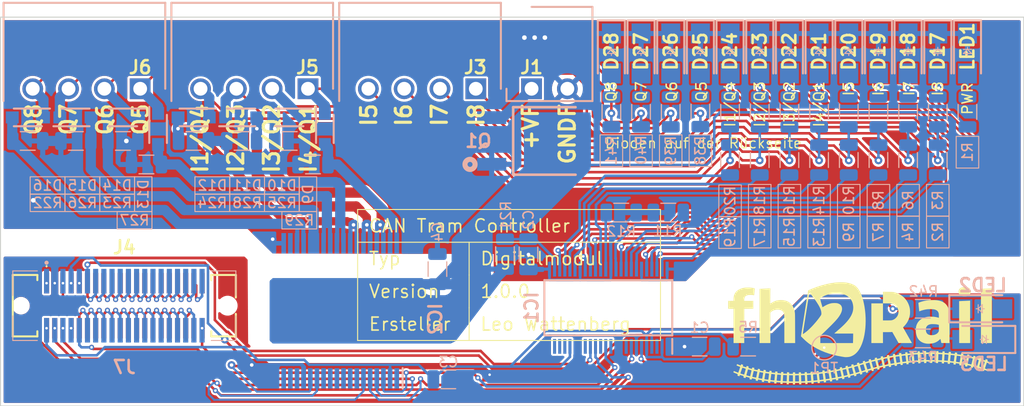
<source format=kicad_pcb>
(kicad_pcb (version 20241229) (generator "pcbnew") (generator_version "9.0")
  (layers (0 "F.Cu" signal) (2 "B.Cu" signal) (13 "F.Paste" user) (15 "B.Paste" user) (5 "F.SilkS" user "F.Silkscreen") (7 "B.SilkS" user "B.Silkscreen") (1 "F.Mask" user) (3 "B.Mask" user) (25 "Edge.Cuts" user))
  (net 0 "")
  (net 1 "GNDD")
  (net 2 "+3V3D")
  (net 3 "GNDF")
  (net 4 "+VF")
  (net 5 "/Q5")
  (net 6 "/Q6")
  (net 7 "/Q7")
  (net 8 "/Q8")
  (net 9 "Net-(D25-A)")
  (net 10 "Net-(D26-A)")
  (net 11 "Net-(D27-A)")
  (net 12 "Net-(D28-A)")
  (net 13 "/~{ERR}")
  (net 14 "/CS1")
  (net 15 "Net-(IC1-I0H)")
  (net 17 "Net-(IC1-I5H)")
  (net 19 "Net-(IC1-I4H)")
  (net 20 "Net-(IC1-ROSC)")
  (net 21 "Net-(IC1-I3H)")
  (net 23 "Net-(IC1-TS)")
  (net 27 "/COPI")
  (net 28 "Net-(IC1-WB)")
  (net 30 "/SCK")
  (net 31 "Net-(IC1-I1H)")
  (net 32 "Net-(IC1-I6H)")
  (net 33 "Net-(IC1-I2H)")
  (net 34 "/CIPO")
  (net 38 "~{DIAG}")
  (net 40 "EN")
  (net 44 "/CS2")
  (net 50 "Net-(Q1-S)")
  (net 51 "+5VD")
  (net 54 "Net-(LED1-Pad2)")
  (net 55 "Net-(J4-Pad36)")
  (net 56 "Net-(J4-Pad24)")
  (net 57 "Net-(J4-Pad34)")
  (net 58 "Net-(J4-Pad33)")
  (net 59 "Net-(J4-Pad15)")
  (net 60 "Net-(J4-Pad26)")
  (net 61 "Net-(J4-Pad12)")
  (net 62 "Net-(J4-Pad30)")
  (net 63 "/SCL")
  (net 64 "Net-(J4-Pad37)")
  (net 65 "Net-(J4-Pad17)")
  (net 66 "Net-(J4-Pad14)")
  (net 67 "Net-(J4-Pad19)")
  (net 68 "Net-(J4-Pad16)")
  (net 69 "Net-(J4-Pad27)")
  (net 70 "Net-(J4-Pad28)")
  (net 71 "Net-(J4-Pad20)")
  (net 72 "Net-(J4-Pad31)")
  (net 73 "Net-(J4-Pad25)")
  (net 74 "Net-(J4-Pad32)")
  (net 75 "Net-(J4-Pad11)")
  (net 76 "Net-(J4-Pad10)")
  (net 77 "Net-(J4-Pad18)")
  (net 78 "Net-(J4-Pad35)")
  (net 79 "Net-(J4-Pad23)")
  (net 80 "Net-(J4-Pad29)")
  (net 81 "Net-(J4-Pad13)")
  (net 82 "Net-(J4-Pad22)")
  (net 83 "/SDA")
  (net 84 "Net-(J4-Pad21)")
  (net 85 "/out0")
  (net 86 "/out1")
  (net 87 "/out2")
  (net 88 "/out3")
  (net 89 "/out4")
  (net 90 "/out5")
  (net 91 "/out6")
  (net 92 "/out7")
  (net 93 "/DI_V")
  (net 94 "IL4")
  (net 95 "IL3")
  (net 96 "IL2")
  (net 97 "IL1")
  (net 98 "Net-(IC1-I7H)")
  (net 99 "IL7")
  (net 100 "IL5")
  (net 101 "IL6")
  (net 102 "IL8")
  (net 103 "/IQ4")
  (net 104 "/IQ3")
  (net 105 "/IQ2")
  (net 106 "/IQ1")
  (net 107 "/I7")
  (net 108 "/I5")
  (net 109 "/I6")
  (net 110 "/I8")
  (net 111 "Net-(LED2-Pad1)")
  (net 112 "Net-(LED3-Pad2)")
  (footprint "SamacSys_Parts:658855603040" (layer "F.Cu") (at 112.1 95.2)
    (property "Reference" "J4")
    (property "Value" "658855603040" (hide yes))
  )
  (footprint "SamacSys_Parts:fh2rail_Logo" (layer "F.Cu") (at 184 97.9)
    (property "Reference" "G***" (hide yes))
    (property "Value" "LOGO" (hide yes))
  )
  (footprint "Resistor_SMD:R_1206_3216Metric" (layer "B.Cu") (at 118.8625 79.1)
    (property "Reference" "R24")
    (property "Value" "100k")
  )
  (footprint "Resistor_SMD:R_1206_3216Metric" (layer "B.Cu") (at 128.2625 79.1)
    (property "Reference" "R25")
    (property "Value" "100k")
  )
  (footprint "SamacSys_Parts:LEDC5017X140N" (layer "B.Cu") (at 162.6 70.55 -90)
    (property "Reference" "D27")
    (property "Value" "156120YS75000" (hide yes))
  )
  (footprint "Resistor_SMD:R_1206_3216Metric" (layer "B.Cu") (at 180 76.2625 -90)
    (property "Reference" "R14")
    (property "Value" "12k")
  )
  (footprint "SamacSys_Parts:SODFL3617X108N" (layer "B.Cu") (at 128.225 76.8 180)
    (property "Reference" "D10")
    (property "Value" "SS24FL" (hide yes))
  )
  (footprint "Resistor_SMD:R_1206_3216Metric" (layer "B.Cu") (at 171.3 76.2625 -90)
    (property "Reference" "R20")
    (property "Value" "12k")
  )
  (footprint "SamacSys_Parts:SODFL3617X108N" (layer "B.Cu") (at 107.325 76.8)
    (property "Reference" "D15")
    (property "Value" "SS24FL" (hide yes))
  )
  (footprint "Resistor_SMD:R_1206_3216Metric" (layer "B.Cu") (at 123.5625 79.1 180)
    (property "Reference" "R28")
    (property "Value" "100k")
  )
  (footprint "SamacSys_Parts:SOP65P1420X350-37N" (layer "B.Cu") (at 133.2 95.7 90)
    (property "Reference" "IC2")
    (property "Value" "ISO1H816G" (hide yes))
  )
  (footprint "SamacSys_Parts:SODFL3617X108N" (layer "B.Cu") (at 111.975 76.8 180)
    (property "Reference" "D14")
    (property "Value" "SS24FL" (hide yes))
  )
  (footprint "SamacSys_Parts:LEDC5017X140N" (layer "B.Cu") (at 171.3 70.55 -90)
    (property "Reference" "D24")
    (property "Value" "156120YS75000" (hide yes))
  )
  (footprint "Resistor_SMD:R_1206_3216Metric" (layer "B.Cu") (at 180 80.9625 90)
    (property "Reference" "R13")
    (property "Value" "2k")
  )
  (footprint "Resistor_SMD:R_1206_3216Metric" (layer "B.Cu") (at 188.7 80.9625 90)
    (property "Reference" "R4")
    (property "Value" "2k")
  )
  (footprint "Resistor_SMD:R_1206_3216Metric" (layer "B.Cu") (at 149.3 90.1625 -90)
    (property "Reference" "R21")
    (property "Value" "100")
  )
  (footprint "Resistor_SMD:R_1206_3216Metric" (layer "B.Cu") (at 185.8 80.9625 90)
    (property "Reference" "R7")
    (property "Value" "2k")
  )
  (footprint "Resistor_SMD:R_1206_3216Metric" (layer "B.Cu") (at 168.4 76.2375 90)
    (property "Reference" "R38")
    (property "Value" "12k")
  )
  (footprint "Resistor_SMD:R_1206_3216Metric" (layer "B.Cu") (at 188.7 76.2625 -90)
    (property "Reference" "R6")
    (property "Value" "12k")
  )
  (footprint "Resistor_SMD:R_1206_3216Metric" (layer "B.Cu") (at 182.9 76.2625 -90)
    (property "Reference" "R10")
    (property "Value" "12k")
  )
  (footprint "SamacSys_Parts:SODFL3617X108N" (layer "B.Cu") (at 102.675 76.8 180)
    (property "Reference" "D16")
    (property "Value" "SS24FL" (hide yes))
  )
  (footprint "Resistor_SMD:R_1206_3216Metric" (layer "B.Cu") (at 162.6 76.2625 90)
    (property "Reference" "R40")
    (property "Value" "12k")
  )
  (footprint "SamacSys_Parts:SODFL3617X108N" (layer "B.Cu") (at 115.4 77.925 -90)
    (property "Reference" "D13")
    (property "Value" "SS24FL" (hide yes))
  )
  (footprint "Resistor_SMD:R_1206_3216Metric" (layer "B.Cu") (at 185.8 76.2625 -90)
    (property "Reference" "R8")
    (property "Value" "12k")
  )
  (footprint "SamacSys_Parts:LEDC5017X140N" (layer "B.Cu") (at 168.4 70.55 -90)
    (property "Reference" "D25")
    (property "Value" "156120YS75000" (hide yes))
  )
  (footprint "Resistor_SMD:R_1206_3216Metric" (layer "B.Cu") (at 102.6625 79.1)
    (property "Reference" "R22")
    (property "Value" "100k")
  )
  (footprint "Resistor_SMD:R_1206_3216Metric" (layer "B.Cu") (at 174.2 76.2625 -90)
    (property "Reference" "R18")
    (property "Value" "12k")
  )
  (footprint "Resistor_SMD:R_1206_3216Metric" (layer "B.Cu") (at 194.5 76.2625 90)
    (property "Reference" "R1")
    (property "Value" "6,2k")
  )
  (footprint "SamacSys_Parts:LEDC5017X140N" (layer "B.Cu") (at 165.5 70.55 -90)
    (property "Reference" "D26")
    (property "Value" "156120YS75000" (hide yes))
  )
  (footprint "Resistor_SMD:R_1206_3216Metric" (layer "B.Cu") (at 130.5375 81.4 180)
    (property "Reference" "R29")
    (property "Value" "100k")
  )
  (footprint "SamacSys_Parts:LEDC5017X140N" (layer "B.Cu") (at 159.7 70.55 -90)
    (property "Reference" "D28")
    (property "Value" "156120YS75000" (hide yes))
  )
  (footprint "SamacSys_Parts:658801103040" (layer "B.Cu") (at 112.1 95.2)
    (property "Reference" "J7")
    (property "Value" "658801103040" (hide yes))
  )
  (footprint "SamacSys_Parts:SODFL3617X108N" (layer "B.Cu") (at 123.525 76.8)
    (property "Reference" "D11")
    (property "Value" "SS24FL" (hide yes))
  )
  (footprint "Resistor_SMD:R_1206_3216Metric" (layer "B.Cu") (at 190.1375 95.5)
    (property "Reference" "R42")
    (property "Value" "4,7k")
  )
  (footprint "SamacSys_Parts:SODFL3617X108N" (layer "B.Cu") (at 131.7 77.925 -90)
    (property "Reference" "D9")
    (property "Value" "SS24FL" (hide yes))
  )
  (footprint "SamacSys_Parts:LEDC5017X140N" (layer "B.Cu") (at 185.8 70.55 -90)
    (property "Reference" "D19")
    (property "Value" "156120YS75000" (hide yes))
  )
  (footprint "Resistor_SMD:R_1206_3216Metric" (layer "B.Cu") (at 177.1 80.9625 90)
    (property "Reference" "R15")
    (property "Value" "2k")
  )
  (footprint "SamacSys_Parts:DPAK3-CASE-369AS" (layer "B.Cu") (at 154.4 79.1 90)
    (property "Reference" "Q1")
    (property "Value" "FQD8P10TM" (hide yes))
  )
  (footprint "Resistor_SMD:R_1206_3216Metric" (layer "B.Cu") (at 111.9625 79.1)
    (property "Reference" "R23")
    (property "Value" "100k")
  )
  (footprint "SamacSys_Parts:LEDC5017X140N" (layer "B.Cu") (at 177.1 70.55 -90)
    (property "Reference" "D22")
    (property "Value" "156120YS75000" (hide yes))
  )
  (footprint "Resistor_SMD:R_1206_3216Metric" (layer "B.Cu") (at 107.3625 79.1 180)
    (property "Reference" "R26")
    (property "Value" "100k" (hide yes))
  )
  (footprint "SamacSys_Parts:LEDC5017X140N" (layer "B.Cu") (at 182.9 70.55 -90)
    (property "Reference" "D20")
    (property "Value" "156120YS75000" (hide yes))
  )
  (footprint "Capacitor_SMD:C_1206_3216Metric" (layer "B.Cu") (at 151.6 90.175 -90)
    (property "Reference" "C2")
    (property "Value" "470n")
  )
  (footprint "Resistor_SMD:R_1206_3216Metric" (layer "B.Cu") (at 165.2625 86.1 180)
    (property "Reference" "R11")
    (property "Value" "40k")
  )
  (footprint "Resistor_SMD:R_1206_3216Metric" (layer "B.Cu") (at 160.6625 86.1)
    (property "Reference" "R12")
    (property "Value" "330k")
  )
  (footprint "Resistor_SMD:R_1206_3216Metric" (layer "B.Cu") (at 190.1375 98.4)
    (property "Reference" "R43")
    (property "Value" "2k")
  )
  (footprint "Resistor_SMD:R_1206_3216Metric" (layer "B.Cu") (at 165.5 76.2625 90)
    (property "Reference" "R39")
    (property "Value" "12k")
  )
  (footprint "SamacSys_Parts:LEDC5017X140N" (layer "B.Cu") (at 195.95 98.5 180)
    (property "Reference" "LED3")
    (property "Value" "156120GS75000" (hide yes))
  )
  (footprint "Capacitor_SMD:C_1206_3216Metric" (layer "B.Cu") (at 143.775 102.4)
    (property "Reference" "C3")
    (property "Value" "330n")
  )
  (footprint "SamacSys_Parts:LEDC5017X140N" (layer "B.Cu") (at 194.5 70.55 -90)
    (property "Reference" "LED1")
    (property "Value" "156120GS75000" (hide yes))
  )
  (footprint "SamacSys_Parts:SHDR2W80P0X350_1X2_840X920X690P" (layer "B.Cu") (at 151.9 74)
    (property "Reference" "J1")
    (property "Value" "39502-1002" (hide yes))
  )
  (footprint "Resistor_SMD:R_1206_3216Metric" (layer "B.Cu") (at 174.2 80.9625 90)
    (property "Reference" "R17")
    (property "Value" "2k")
  )
  (footprint "SamacSys_Parts:LEDC5017X140N" (layer "B.Cu") (at 195.95 95.5)
    (property "Reference" "LED2")
    (property "Value" "156120RS75000" (hide yes))
  )
  (footprint "SamacSys_Parts:LEDC5017X140N" (layer "B.Cu") (at 188.7 70.55 -90)
    (property "Reference" "D18")
    (property "Value" "156120YS75000" (hide yes))
  )
  (footprint "SamacSys_Parts:SHDRRA4W80P0X350_1X4_1540X920X730P" (layer "B.Cu") (at 113.65 74 180)
    (property "Reference" "J6")
    (property "Value" "39502-1004" (hide yes))
  )
  (footprint "Resistor_SMD:R_1206_3216Metric" (layer "B.Cu") (at 191.6 80.9625 90)
    (property "Reference" "R2")
    (property "Value" "2k")
  )
  (footprint "Capacitor_SMD:C_1206_3216Metric" (layer "B.Cu") (at 142.7 91.625 -90)
    (property "Reference" "C4")
    (property "Value" "100n")
  )
  (footprint "SamacSys_Parts:LEDC5017X140N" (layer "B.Cu") (at 174.2 70.55 -90)
    (property "Reference" "D23")
    (property "Value" "156120YS75000" (hide yes))
  )
  (footprint "TestPoint:TestPoint_Pad_D2.0mm" (layer "B.Cu") (at 180.5 99.3)
    (property "Reference" "TP1")
    (property "Value" "TestPoint")
  )
  (footprint "SamacSys_Parts:SOP50P810X110-48N" (layer "B.Cu") (at 159.4 95.4 90)
    (property "Reference" "IC1")
    (property "Value" "ISO1I813T" (hide yes))
  )
  (footprint "Resistor_SMD:R_1206_3216Metric" (layer "B.Cu") (at 191.6 76.2625 -90)
    (property "Reference" "R3")
    (property "Value" "12k")
  )
  (footprint "SamacSys_Parts:LEDC5017X140N" (layer "B.Cu") (at 191.6 70.55 -90)
    (property "Reference" "D17")
    (property "Value" "156120YS75000" (hide yes))
  )
  (footprint "Resistor_SMD:R_1206_3216Metric" (layer "B.Cu") (at 182.9 80.9625 90)
    (property "Reference" "R9")
    (property "Value" "2k")
  )
  (footprint "SamacSys_Parts:SODFL3617X108N" (layer "B.Cu") (at 118.875 76.8 180)
    (property "Reference" "D12")
    (property "Value" "SS24FL" (hide yes))
  )
  (footprint "SamacSys_Parts:SHDRRA4W80P0X350_1X4_1540X920X730P" (layer "B.Cu") (at 130.05 74 180)
    (property "Reference" "J5")
    (property "Value" "39502-1004" (hide yes))
  )
  (footprint "Resistor_SMD:R_1206_3216Metric" (layer "B.Cu") (at 173.0625 99.2)
    (property "Reference" "R5")
    (property "Value" "22k")
  )
  (footprint "Resistor_SMD:R_1206_3216Metric" (layer "B.Cu") (at 177.1 76.2625 -90)
    (property "Reference" "R16")
    (property "Value" "12k")
  )
  (footprint "Resistor_SMD:R_1206_3216Metric" (layer "B.Cu") (at 159.7 76.2625 90)
    (property "Reference" "R41")
    (property "Value" "12k")
  )
  (footprint "SamacSys_Parts:SHDRRA4W80P0X350_1X4_1540X920X730P" (layer "B.Cu") (at 146.45 74 180)
    (property "Reference" "J3")
    (property "Value" "39502-1004" (hide yes))
  )
  (footprint "SamacSys_Parts:LEDC5017X140N" (layer "B.Cu") (at 180 70.55 -90)
    (property "Reference" "D21")
    (property "Value" "156120YS75000" (hide yes))
  )
  (footprint "Resistor_SMD:R_1206_3216Metric" (layer "B.Cu") (at 171.3 80.9625 90)
    (property "Reference" "R19")
    (property "Value" "2k")
  )
  (footprint "Resistor_SMD:R_1206_3216Metric" (layer "B.Cu") (at 114.2625 81.4 180)
    (property "Reference" "R27")
    (property "Value" "100k")
  )
  (footprint "Capacitor_SMD:C_1206_3216Metric" (layer "B.Cu") (at 168.325 99.2 180)
    (property "Reference" "C1")
    (property "Value" "100n")
  )
  (gr_rect (start 178.9 86.45) (end 181.1 89.55) (stroke (width 0.1)) (fill no) (layer "B.SilkS"))
  (gr_rect (start 181.8 86.45) (end 184 89.55) (stroke (width 0.1)) (fill no) (layer "B.SilkS"))
  (gr_rect (start 176 86.45) (end 178.2 89.55) (stroke (width 0.1)) (fill no) (layer "B.SilkS"))
  (gr_rect (start 190.5 83.35) (end 192.7 86.45) (stroke (width 0.1)) (fill no) (layer "B.SilkS"))
  (gr_rect (start 125.8 82.6) (end 129.2 84.3) (stroke (width 0.1)) (fill no) (layer "B.SilkS"))
  (gr_rect (start 190.5 86.45) (end 192.7 89.55) (stroke (width 0.1)) (fill no) (layer "B.SilkS"))
  (gr_rect (start 167.3 78.5) (end 169.5 81.6) (stroke (width 0.1)) (fill no) (layer "B.SilkS"))
  (gr_rect (start 109.7 84.3) (end 113.1 86) (stroke (width 0.1)) (fill no) (layer "B.SilkS"))
  (gr_rect (start 125.8 84.3) (end 129.2 86) (stroke (width 0.1)) (fill no) (layer "B.SilkS"))
  (gr_rect (start 173.1 83.35) (end 175.3 86.45) (stroke (width 0.1)) (fill no) (layer "B.SilkS"))
  (gr_rect (start 178.9 83.35) (end 181.1 86.45) (stroke (width 0.1)) (fill no) (layer "B.SilkS"))
  (gr_rect (start 184.7 83.35) (end 186.9 86.45) (stroke (width 0.1)) (fill no) (layer "B.SilkS"))
  (gr_rect (start 127.5 86) (end 130.9 87.7) (stroke (width 0.1)) (fill no) (layer "B.SilkS"))
  (gr_rect (start 129.2 82.6) (end 130.9 86) (stroke (width 0.1)) (fill no) (layer "B.SilkS"))
  (gr_rect (start 181.8 83.35) (end 184 86.45) (stroke (width 0.1)) (fill no) (layer "B.SilkS"))
  (gr_rect (start 170.2 83.4) (end 172.4 86.5) (stroke (width 0.1)) (fill no) (layer "B.SilkS"))
  (gr_rect (start 119 82.6) (end 122.4 84.3) (stroke (width 0.1)) (fill no) (layer "B.SilkS"))
  (gr_rect (start 122.4 82.6) (end 125.8 84.3) (stroke (width 0.1)) (fill no) (layer "B.SilkS"))
  (gr_rect (start 173.1 86.45) (end 175.3 89.55) (stroke (width 0.1)) (fill no) (layer "B.SilkS"))
  (gr_rect (start 122.4 84.3) (end 125.8 86) (stroke (width 0.1)) (fill no) (layer "B.SilkS"))
  (gr_rect (start 176 83.35) (end 178.2 86.45) (stroke (width 0.1)) (fill no) (layer "B.SilkS"))
  (gr_rect (start 193.4 78.65) (end 195.6 81.75) (stroke (width 0.1)) (fill no) (layer "B.SilkS"))
  (gr_rect (start 113.1 82.6) (end 114.8 86) (stroke (width 0.1)) (fill no) (layer "B.SilkS"))
  (gr_rect (start 109.7 82.6) (end 113.1 84.3) (stroke (width 0.1)) (fill no) (layer "B.SilkS"))
  (gr_rect (start 106.3 82.6) (end 109.7 84.3) (stroke (width 0.1)) (fill no) (layer "B.SilkS"))
  (gr_rect (start 102.9 84.3) (end 106.3 86) (stroke (width 0.1)) (fill no) (layer "B.SilkS"))
  (gr_rect (start 170.2 86.5) (end 172.4 89.6) (stroke (width 0.1)) (fill no) (layer "B.SilkS"))
  (gr_rect (start 187.6 83.35) (end 189.8 86.45) (stroke (width 0.1)) (fill no) (layer "B.SilkS"))
  (gr_rect (start 106.3 84.3) (end 109.7 86) (stroke (width 0.1)) (fill no) (layer "B.SilkS"))
  (gr_rect (start 119 84.3) (end 122.4 86) (stroke (width 0.1)) (fill no) (layer "B.SilkS"))
  (gr_rect (start 111.4 86) (end 114.8 87.7) (stroke (width 0.1)) (fill no) (layer "B.SilkS"))
  (gr_rect (start 158.6 78.5) (end 160.8 81.6) (stroke (width 0.1)) (fill no) (layer "B.SilkS"))
  (gr_rect (start 187.6 86.45) (end 189.8 89.55) (stroke (width 0.1)) (fill no) (layer "B.SilkS"))
  (gr_rect (start 102.9 82.6) (end 106.3 84.3) (stroke (width 0.1)) (fill no) (layer "B.SilkS"))
  (gr_rect (start 161.5 78.5) (end 163.7 81.6) (stroke (width 0.1)) (fill no) (layer "B.SilkS"))
  (gr_rect (start 164.4 78.5) (end 166.6 81.6) (stroke (width 0.1)) (fill no) (layer "B.SilkS"))
  (gr_rect (start 184.7 86.45) (end 186.9 89.55) (stroke (width 0.1)) (fill no) (layer "B.SilkS"))
  (gr_rect (start 100 67) (end 200 105) (stroke (width 0.1)) (fill no) (layer "Edge.Cuts"))
  (gr_text "I5" (at 182.9 74.8 90) (layer "F.SilkS") (effects (font (size 1 1)) (justify left)))
  (gr_text "Q5" (at 168.5 75.371429 90) (layer "F.SilkS") (effects (font (size 1 1)) (justify left)))
  (gr_text "Q8" (at 159.7 75.371429 90) (layer "F.SilkS") (effects (font (size 1 1)) (justify left)))
  (gr_text "+VF" (at 151.8 80.114285 90) (layer "F.SilkS") (effects (font (size 1.5 1.5) (thickness 0.3) (bold yes)) (justify left)))
  (gr_text "I2/Q3" (at 174.2 77.847619 90) (layer "F.SilkS") (effects (font (size 1 1)) (justify left)))
  (gr_text "I6" (at 139.4 77.828571 90) (layer "F.SilkS") (effects (font (size 1.5 1.5) (thickness 0.3) (bold yes)) (justify left)))
  (gr_text "I3/Q2" (at 126.5 82.4 90) (layer "F.SilkS") (effects (font (size 1.5 1.5) (thickness 0.3) (bold yes)) (justify left)))
  (gr_text "Dioden auf der Rückseite" (at 159 79.9 0) (layer "F.SilkS") (effects (font (size 1 1) (thickness 0.125)) (justify left bottom)))
  (gr_text "Q7" (at 106.6 78.685714 90) (layer "F.SilkS") (effects (font (size 1.5 1.5) (thickness 0.3) (bold yes)) (justify left)))
  (gr_text "I7" (at 142.9 77.828571 90) (layer "F.SilkS") (effects (font (size 1.5 1.5) (thickness 0.3) (bold yes)) (justify left)))
  (gr_text "I2/Q3" (at 123 82.4 90) (layer "F.SilkS") (effects (font (size 1.5 1.5) (thickness 0.3) (bold yes)) (justify left)))
  (gr_text "I4/Q1" (at 130.1 82.4 90) (layer "F.SilkS") (effects (font (size 1.5 1.5) (thickness 0.3) (bold yes)) (justify left)))
  (gr_text "PWR" (at 194.5 73.3 90) (layer "F.SilkS") (effects (font (size 1 1)) (justify right)))
  (gr_text "Q5" (at 113.7 78.685714 90) (layer "F.SilkS") (effects (font (size 1.5 1.5) (thickness 0.3) (bold yes)) (justify left)))
  (gr_text "Q8" (at 103.2 78.685714 90) (layer "F.SilkS") (effects (font (size 1.5 1.5) (thickness 0.3) (bold yes)) (justify left)))
  (gr_text "I6" (at 185.8 74.8 90) (layer "F.SilkS") (effects (font (size 1 1)) (justify left)))
  (gr_text "I5" (at 136 77.828571 90) (layer "F.SilkS") (effects (font (size 1.5 1.5) (thickness 0.3) (bold yes)) (justify left)))
  (gr_text "I1/Q4" (at 119.5 82.4 90) (layer "F.SilkS") (effects (font (size 1.5 1.5) (thickness 0.3) (bold yes)) (justify left)))
  (gr_text "Q6" (at 110.2 78.685714 90) (layer "F.SilkS") (effects (font (size 1.5 1.5) (thickness 0.3) (bold yes)) (justify left)))
  (gr_text "I8" (at 191.6 74.8 90) (layer "F.SilkS") (effects (font (size 1 1)) (justify left)))
  (gr_text "I1/Q4" (at 171.3 77.847619 90) (layer "F.SilkS") (effects (font (size 1 1)) (justify left)))
  (gr_text "Q6" (at 165.6 75.371429 90) (layer "F.SilkS") (effects (font (size 1 1)) (justify left)))
  (gr_text "Q7" (at 162.6 75.371429 90) (layer "F.SilkS") (effects (font (size 1 1)) (justify left)))
  (gr_text "GNDF" (at 155.4 81.542857 90) (layer "F.SilkS") (effects (font (size 1.5 1.5) (thickness 0.3) (bold yes)) (justify left)))
  (gr_text "I4/Q1" (at 180 77.847619 90) (layer "F.SilkS") (effects (font (size 1 1)) (justify left)))
  (gr_text "I7" (at 188.8 74.8 90) (layer "F.SilkS") (effects (font (size 1 1)) (justify left)))
  (gr_text "I8" (at 146.5 77.828571 90) (layer "F.SilkS") (effects (font (size 1.5 1.5) (thickness 0.3) (bold yes)) (justify left)))
  (gr_text "I3/Q2" (at 177.1 77.847619 90) (layer "F.SilkS") (effects (font (size 1 1)) (justify left)))
  (table (column_count 2) (layer "F.SilkS") (border (external yes) (header yes) (stroke (width 0.1))) (separators (rows no) (cols yes) (stroke (width 0.1))) (column_widths 10.9 18.7) (row_heights 3.2 3.2 3.2 3.2) (cells (table_cell "CAN Tram Controller" (start 134.9 85.8) (end 164.5 89) (margins 1.0025 1.0025 1.0025 1.0025) (span 2 1) (layer "F.SilkS") (effects (font (size 1.27 1.27)) (justify left))) (table_cell "" (start 145.8 85.8) (end 164.5 89) (margins 1.0025 1.0025 1.0025 1.0025) (span 0 0) (layer "F.SilkS") (effects (font (size 1.27 1.27)) (justify left))) (table_cell "Typ" (start 134.9 89) (end 145.8 92.2) (margins 1.0025 1.0025 1.0025 1.0025) (span 1 1) (layer "F.SilkS") (effects (font (size 1.27 1.27)) (justify left))) (table_cell "Digitalmodul" (start 145.8 89) (end 164.5 92.2) (margins 1.0025 1.0025 1.0025 1.0025) (span 1 1) (layer "F.SilkS") (effects (font (size 1.27 1.27)) (justify left))) (table_cell "Version" (start 134.9 92.2) (end 145.8 95.4) (margins 1.0025 1.0025 1.0025 1.0025) (span 1 1) (layer "F.SilkS") (effects (font (size 1.27 1.27)) (justify left))) (table_cell "1.0.0" (start 145.8 92.2) (end 164.5 95.4) (margins 1.0025 1.0025 1.0025 1.0025) (span 1 1) (layer "F.SilkS") (effects (font (size 1.27 1.27)) (justify left))) (table_cell "Ersteller" (start 134.9 95.4) (end 145.8 98.6) (margins 1.0025 1.0025 1.0025 1.0025) (span 1 1) (layer "F.SilkS") (effects (font (size 1.27 1.27)) (justify left))) (table_cell "Leo Wattenberg" (start 145.8 95.4) (end 164.5 98.6) (margins 1.0025 1.0025 1.0025 1.0025) (span 1 1) (layer "F.SilkS") (effects (font (size 1.27 1.27)) (justify left)))))
  (segment (start 147.8 101.948) (end 157.852 101.948) (width 0.5) (layer "F.Cu") (net 1))
  (segment (start 160.101 99.699) (end 166.351 99.699) (width 0.5) (layer "F.Cu") (net 1))
  (segment (start 147.8 101.948) (end 146.902 101.05) (width 0.5) (layer "F.Cu") (net 1))
  (segment (start 124.605637 101.05) (end 124.549986 100.994349) (width 0.5) (layer "F.Cu") (net 1))
  (segment (start 157.852 101.948) (end 160.101 99.699) (width 0.5) (layer "F.Cu") (net 1))
  (segment (start 146.902 101.05) (end 124.605637 101.05) (width 0.5) (layer "F.Cu") (net 1))
  (segment (start 166.351 99.699) (end 166.85 99.2) (width 0.5) (layer "F.Cu") (net 1))
  (segment (start 177.3 100) (end 176.5 99.2) (width 0.5) (layer "F.Cu") (net 1))
  (via (at 105.3 93) (size 0.5) (drill 0.25) (layers "F.Cu" "B.Cu") (net 1))
  (via (at 124.549986 100.994349) (size 0.75) (drill 0.35) (layers "F.Cu" "B.Cu") (net 1))
  (via (at 147.8 101.948) (size 0.5) (drill 0.25) (layers "F.Cu" "B.Cu") (net 1))
  (via (at 166.85 99.2) (size 0.75) (drill 0.35) (layers "F.Cu" "B.Cu") (net 1))
  (segment (start 160.674 98.124) (end 160.65 98.148) (width 0.25) (layer "B.Cu") (net 1))
  (segment (start 156.15 99.175) (end 156.15 98.148) (width 0.25) (layer "B.Cu") (net 1))
  (segment (start 147.8 101.948) (end 147.231884 101.948) (width 0.25) (layer "B.Cu") (net 1))
  (segment (start 162.15 98.148) (end 162.126 98.124) (width 0.25) (layer "B.Cu") (net 1))
  (segment (start 162.15 99.175) (end 162.15 98.148) (width 0.25) (layer "B.Cu") (net 1))
  (segment (start 156.15 98.148) (end 156.126 98.124) (width 0.25) (layer "B.Cu") (net 1))
  (segment (start 105.3 92.8) (end 105.3 93) (width 0.25) (layer "B.Cu") (net 1))
  (segment (start 147.231884 101.948) (end 146.908884 101.625) (width 0.25) (layer "B.Cu") (net 1))
  (segment (start 146.908884 101.625) (end 146.025 101.625) (width 0.25) (layer "B.Cu") (net 1))
  (segment (start 129.502 100.95) (end 124.594335 100.95) (width 0.25) (layer "B.Cu") (net 1))
  (segment (start 156.674 98.124) (end 160.126 98.124) (width 0.25) (layer "B.Cu") (net 1))
  (segment (start 129.625 102.3) (end 129.625 101.073) (width 0.25) (layer "B.Cu") (net 1))
  (segment (start 156.65 99.175) (end 156.15 99.175) (width 0.25) (layer "B.Cu") (net 1))
  (segment (start 156.126 98.124) (end 153.674 98.124) (width 0.25) (layer "B.Cu") (net 1))
  (segment (start 162.126 98.124) (end 160.674 98.124) (width 0.25) (layer "B.Cu") (net 1))
  (segment (start 153.674 98.124) (end 153.65 98.148) (width 0.25) (layer "B.Cu") (net 1))
  (segment (start 129.625 101.073) (end 129.502 100.95) (width 0.25) (layer "B.Cu") (net 1))
  (segment (start 160.15 98.148) (end 160.15 99.175) (width 0.25) (layer "B.Cu") (net 1))
  (segment (start 160.65 99.175) (end 160.15 99.175) (width 0.25) (layer "B.Cu") (net 1))
  (segment (start 146.025 101.625) (end 145.25 102.4) (width 0.25) (layer "B.Cu") (net 1))
  (segment (start 156.65 98.148) (end 156.674 98.124) (width 0.25) (layer "B.Cu") (net 1))
  (segment (start 160.65 98.148) (end 160.65 99.175) (width 0.25) (layer "B.Cu") (net 1))
  (segment (start 160.126 98.124) (end 160.15 98.148) (width 0.25) (layer "B.Cu") (net 1))
  (segment (start 153.65 98.148) (end 153.65 99.175) (width 0.25) (layer "B.Cu") (net 1))
  (segment (start 156.65 99.175) (end 156.65 98.148) (width 0.25) (layer "B.Cu") (net 1))
  (segment (start 124.594335 100.95) (end 124.549986 100.994349) (width 0.25) (layer "B.Cu") (net 1))
  (via (at 104.5 97.4) (size 0.5) (drill 0.25) (layers "F.Cu" "B.Cu") (net 2))
  (segment (start 125.115298 100.499) (end 123.866298 99.25) (width 0.25) (layer "B.Cu") (net 2))
  (segment (start 138.075 101.05) (end 138.151 100.974) (width 0.25) (layer "B.Cu") (net 2))
  (segment (start 130.076 100.88619) (end 129.68881 100.499) (width 0.25) (layer "B.Cu") (net 2))
  (segment (start 149.8 101.15) (end 153.276 97.674) (width 0.25) (layer "B.Cu") (net 2))
  (segment (start 178.551 94.249) (end 196.649 94.249) (width 0.25) (layer "B.Cu") (net 2))
  (segment (start 138.075 101.05) (end 137.999 100.974) (width 0.25) (layer "B.Cu") (net 2))
  (segment (start 175.25 97.55) (end 178.551 94.249) (width 0.25) (layer "B.Cu") (net 2))
  (segment (start 164.65 100.202) (end 164.874 100.426) (width 0.25) (layer "B.Cu") (net 2))
  (segment (start 138.151 100.974) (end 140.874 100.974) (width 0.25) (layer "B.Cu") (net 2))
  (segment (start 162.676 97.674) (end 163.15 98.148) (width 0.25) (layer "B.Cu") (net 2))
  (segment (start 196.649 94.249) (end 197.9 95.5) (width 0.25) (layer "B.Cu") (net 2))
  (segment (start 137.999 100.974) (end 130.162396 100.974) (width 0.25) (layer "B.Cu") (net 2))
  (segment (start 143.55 101.15) (end 149.8 101.15) (width 0.25) (layer "B.Cu") (net 2))
  (segment (start 163.63719 97.523) (end 175.223 97.523) (width 0.25) (layer "B.Cu") (net 2))
  (segment (start 105.5 100.05) (end 104.5 99.05) (width 0.25) (layer "B.Cu") (net 2))
  (segment (start 130.162396 100.974) (end 130.076 100.887604) (width 0.25) (layer "B.Cu") (net 2))
  (segment (start 140.874 100.974) (end 142.3 102.4) (width 0.25) (layer "B.Cu") (net 2))
  (segment (start 164.874 100.426) (end 168.574 100.426) (width 0.25) (layer "B.Cu") (net 2))
  (segment (start 123.866298 99.25) (end 110.2 99.25) (width 0.25) (layer "B.Cu") (net 2))
  (segment (start 168.574 100.426) (end 169.8 99.2) (width 0.25) (layer "B.Cu") (net 2))
  (segment (start 163.15 99.175) (end 163.15 98.01019) (width 0.25) (layer "B.Cu") (net 2))
  (segment (start 109.4 100.05) (end 105.5 100.05) (width 0.25) (layer "B.Cu") (net 2))
  (segment (start 163.15 98.148) (end 163.15 99.175) (width 0.25) (layer "B.Cu") (net 2))
  (segment (start 129.68881 100.499) (end 125.115298 100.499) (width 0.25) (layer "B.Cu") (net 2))
  (segment (start 164.65 100.202) (end 164.626 100.226) (width 0.25) (layer "B.Cu") (net 2))
  (segment (start 104.5 99.05) (end 104.5 97.6) (width 0.25) (layer "B.Cu") (net 2))
  (segment (start 164.65 99.175) (end 164.65 100.202) (width 0.25) (layer "B.Cu") (net 2))
  (segment (start 155.65 100.202) (end 154.702 101.15) (width 0.25) (layer "B.Cu") (net 2))
  (segment (start 163.15 99.175) (end 163.15 100.202) (width 0.25) (layer "B.Cu") (net 2))
  (segment (start 163.174 100.226) (end 163.15 100.202) (width 0.25) (layer "B.Cu") (net 2))
  (segment (start 164.626 100.226) (end 163.174 100.226) (width 0.25) (layer "B.Cu") (net 2))
  (segment (start 153.276 97.674) (end 162.676 97.674) (width 0.25) (layer "B.Cu") (net 2))
  (segment (start 154.702 101.15) (end 149.8 101.15) (width 0.25) (layer "B.Cu") (net 2))
  (segment (start 142.3 102.4) (end 143.55 101.15) (width 0.25) (layer "B.Cu") (net 2))
  (segment (start 163.15 98.01019) (end 163.63719 97.523) (width 0.25) (layer "B.Cu") (net 2))
  (segment (start 130.076 100.887604) (end 130.076 100.88619) (width 0.25) (layer "B.Cu") (net 2))
  (segment (start 155.65 99.175) (end 155.65 100.202) (width 0.25) (layer "B.Cu") (net 2))
  (segment (start 104.5 97.6) (end 104.5 97.4) (width 0.25) (layer "B.Cu") (net 2))
  (segment (start 138.075 102.3) (end 138.075 101.05) (width 0.25) (layer "B.Cu") (net 2))
  (segment (start 110.2 99.25) (end 109.4 100.05) (width 0.25) (layer "B.Cu") (net 2))
  (via (at 152.2 69) (size 1) (drill 0.45) (layers "F.Cu" "B.Cu") (net 3))
  (via (at 103.2 84.9) (size 1) (drill 0.45) (layers "F.Cu" "B.Cu") (net 3))
  (via (at 153.2 69) (size 1) (drill 0.45) (layers "F.Cu" "B.Cu") (net 3))
  (via (at 126.6 88.7) (size 0.75) (drill 0.35) (layers "F.Cu" "B.Cu") (net 3))
  (via (at 112.3 79.1) (size 1) (drill 0.45) (layers "F.Cu" "B.Cu") (net 3))
  (via (at 151.6 90.2) (size 0.75) (drill 0.35) (layers "F.Cu" "B.Cu") (net 3))
  (via (at 151.2 69) (size 1) (drill 0.45) (layers "F.Cu" "B.Cu") (net 3))
  (segment (start 156.626 92.676) (end 153.674 92.676) (width 0.25) (layer "B.Cu") (net 3))
  (segment (start 156.65 92.652) (end 156.65 91.625) (width 0.25) (layer "B.Cu") (net 3))
  (segment (start 104.125 79.1) (end 105.9 79.1) (width 1) (layer "B.Cu") (net 3))
  (segment (start 165.126 92.676) (end 165.15 92.652) (width 0.25) (layer "B.Cu") (net 3))
  (segment (start 151.625 91.625) (end 151.6 91.65) (width 0.25) (layer "B.Cu") (net 3))
  (segment (start 129.725 80.75) (end 129.075 81.4) (width 1) (layer "B.Cu") (net 3))
  (segment (start 159.626 92.676) (end 156.674 92.676) (width 0.25) (layer "B.Cu") (net 3))
  (segment (start 153.674 92.676) (end 153.65 92.652) (width 0.25) (layer "B.Cu") (net 3))
  (segment (start 122.1 79.1) (end 120.325 79.1) (width 1) (layer "B.Cu") (net 3))
  (segment (start 153.65 91.625) (end 151.625 91.625) (width 0.25) (layer "B.Cu") (net 3))
  (segment (start 112.8 79.725) (end 113.425 79.1) (width 1) (layer "B.Cu") (net 3))
  (segment (start 159.65 91.625) (end 159.65 92.652) (width 0.25) (layer "B.Cu") (net 3))
  (segment (start 159.65 88.575) (end 162.125 86.1) (width 0.25) (layer "B.Cu") (net 3))
  (segment (start 165.15 92.652) (end 165.15 91.625) (width 0.25) (layer "B.Cu") (net 3))
  (segment (start 151.6 91.65) (end 151.6 90.2) (width 0.25) (layer "B.Cu") (net 3))
  (segment (start 162.674 92.676) (end 165.126 92.676) (width 0.25) (layer "B.Cu") (net 3))
  (segment (start 112.8 81.4) (end 112.8 79.725) (width 1) (layer "B.Cu") (net 3))
  (segment (start 127 89.1) (end 126.6 88.7) (width 0.25) (layer "B.Cu") (net 3))
  (segment (start 156.65 92.652) (end 156.626 92.676) (width 0.25) (layer "B.Cu") (net 3))
  (segment (start 129.725 79.1) (end 129.725 80.75) (width 1) (layer "B.Cu") (net 3))
  (segment (start 156.674 92.676) (end 156.65 92.652) (width 0.25) (layer "B.Cu") (net 3))
  (segment (start 159.65 91.625) (end 159.65 88.575) (width 0.25) (layer "B.Cu") (net 3))
  (segment (start 153.65 92.652) (end 153.65 91.625) (width 0.25) (layer "B.Cu") (net 3))
  (segment (start 162.65 91.625) (end 162.65 92.652) (width 0.25) (layer "B.Cu") (net 3))
  (segment (start 127.675 89.1) (end 127 89.1) (width 0.25) (layer "B.Cu") (net 3))
  (segment (start 159.65 92.652) (end 159.626 92.676) (width 0.25) (layer "B.Cu") (net 3))
  (segment (start 162.125 86.1) (end 163.8 86.1) (width 0.25) (layer "B.Cu") (net 3))
  (segment (start 162.65 92.652) (end 162.674 92.676) (width 0.25) (layer "B.Cu") (net 3))
  (segment (start 144.6 88.9) (end 144.6 91.2) (width 1) (layer "B.Cu") (net 4))
  (segment (start 156.75 81.45) (end 169 81.45) (width 0.25) (layer "B.Cu") (net 4))
  (segment (start 169.751 76.849) (end 170.3 76.3) (width 0.25) (layer "B.Cu") (net 4))
  (segment (start 154.4 79.1) (end 156.75 81.45) (width 0.25) (layer "B.Cu") (net 4))
  (segment (start 169 81.45) (end 169.751 80.699) (width 0.25) (layer "B.Cu") (net 4))
  (segment (start 135.8 93.1) (end 133.2 95.7) (width 1) (layer "B.Cu") (net 4))
  (segment (start 169.751 80.699) (end 169.751 76.849) (width 0.25) (layer "B.Cu") (net 4))
  (segment (start 154.4 79.1) (end 144.6 88.9) (width 1) (layer "B.Cu") (net 4))
  (segment (start 193.075 76.3) (end 194.5 77.725) (width 0.25) (layer "B.Cu") (net 4))
  (segment (start 142.7 93.1) (end 135.8 93.1) (width 1) (layer "B.Cu") (net 4))
  (segment (start 142.7 93.1) (end 147.825 93.1) (width 1) (layer "B.Cu") (net 4))
  (segment (start 147.825 93.1) (end 149.3 91.625) (width 1) (layer "B.Cu") (net 4))
  (segment (start 144.6 91.2) (end 142.7 93.1) (width 1) (layer "B.Cu") (net 4))
  (segment (start 170.3 76.3) (end 193.075 76.3) (width 0.25) (layer "B.Cu") (net 4))
  (segment (start 157.3 73.794943) (end 157.3 76.95) (width 0.25) (layer "F.Cu") (net 5))
  (segment (start 158.799034 78.401) (end 158.850034 78.452) (width 0.25) (layer "F.Cu") (net 5))
  (segment (start 164.651496 78.452) (end 166.702576 76.40092) (width 0.25) (layer "F.Cu") (net 5))
  (segment (start 166.702576 76.40092) (end 168.40092 76.40092) (width 0.25) (layer "F.Cu") (net 5))
  (segment (start 156.016557 72.5115) (end 157.3 73.794943) (width 0.25) (layer "F.Cu") (net 5))
  (segment (start 115.1385 72.5115) (end 156.016557 72.5115) (width 0.25) (layer "F.Cu") (net 5))
  (segment (start 113.65 74) (end 115.1385 72.5115) (width 0.25) (layer "F.Cu") (net 5))
  (segment (start 157.3 76.95) (end 158.751 78.401) (width 0.25) (layer "F.Cu") (net 5))
  (segment (start 158.751 78.401) (end 158.799034 78.401) (width 0.25) (layer "F.Cu") (net 5))
  (segment (start 158.850034 78.452) (end 164.651496 78.452) (width 0.25) (layer "F.Cu") (net 5))
  (via (at 168.40092 76.40092) (size 0.75) (drill 0.35) (layers "F.Cu" "B.Cu") (net 5))
  (segment (start 115.4 75.75) (end 113.65 74) (width 1) (layer "B.Cu") (net 5))
  (segment (start 115.4 76.4) (end 115.4 75.75) (width 1) (layer "B.Cu") (net 5))
  (segment (start 168.40092 76.40092) (end 168.40092 77.69908) (width 0.25) (layer "B.Cu") (net 5))
  (segment (start 168.40092 77.69908) (end 168.4 77.7) (width 0.25) (layer "B.Cu") (net 5))
  (segment (start 156.265499 71.9105) (end 157.901 73.546001) (width 0.25) (layer "F.Cu") (net 6))
  (segment (start 158.999942 77.8) (end 159.047976 77.8) (width 0.25) (layer "F.Cu") (net 6))
  (segment (start 159.047976 77.8) (end 159.098976 77.851) (width 0.25) (layer "F.Cu") (net 6))
  (segment (start 112.2395 71.9105) (end 156.265499 71.9105) (width 0.25) (layer "F.Cu") (net 6))
  (segment (start 110.15 74) (end 112.2395 71.9105) (width 0.25) (layer "F.Cu") (net 6))
  (segment (start 159.098976 77.851) (end 164.049 77.851) (width 0.25) (layer "F.Cu") (net 6))
  (segment (start 164.049 77.851) (end 165.5 76.4) (width 0.25) (layer "F.Cu") (net 6))
  (segment (start 157.901 73.546001) (end 157.901 76.701058) (width 0.25) (layer "F.Cu") (net 6))
  (segment (start 157.901 76.701058) (end 158.999942 77.8) (width 0.25) (layer "F.Cu") (net 6))
  (via (at 165.5 76.4) (size 0.75) (drill 0.35) (layers "F.Cu" "B.Cu") (net 6))
  (segment (start 112.95 76.8) (end 110.15 74) (width 1) (layer "B.Cu") (net 6))
  (segment (start 113.5 76.8) (end 112.95 76.8) (width 1) (layer "B.Cu") (net 6))
  (segment (start 165.5 76.4) (end 165.5 77.725) (width 0.25) (layer "B.Cu") (net 6))
  (segment (start 158.85 73.646473) (end 158.85 76.753496) (width 0.25) (layer "F.Cu") (net 7))
  (segment (start 158.85 76.753496) (end 159.347504 77.251) (width 0.25) (layer "F.Cu") (net 7))
  (segment (start 162.625 76.425) (end 162.6 76.4) (width 0.25) (layer "F.Cu") (net 7))
  (segment (start 161.799 77.251) (end 162.625 76.425) (width 0.25) (layer "F.Cu") (net 7))
  (segment (start 109.3395 71.3105) (end 156.514027 71.3105) (width 0.25) (layer "F.Cu") (net 7))
  (segment (start 159.347504 77.251) (end 161.799 77.251) (width 0.25) (layer "F.Cu") (net 7))
  (segment (start 106.65 74) (end 109.3395 71.3105) (width 0.25) (layer "F.Cu") (net 7))
  (segment (start 156.514027 71.3105) (end 158.85 73.646473) (width 0.25) (layer "F.Cu") (net 7))
  (via (at 162.6 76.4) (size 0.75) (drill 0.35) (layers "F.Cu" "B.Cu") (net 7))
  (segment (start 105.8 76.8) (end 105.8 74.85) (width 1) (layer "B.Cu") (net 7))
  (segment (start 105.8 74.85) (end 106.65 74) (width 1) (layer "B.Cu") (net 7))
  (segment (start 162.6 76.4) (end 162.6 77.725) (width 0.25) (layer "B.Cu") (net 7))
  (segment (start 157.115109 70.7095) (end 159.7 73.294391) (width 0.25) (layer "F.Cu") (net 8))
  (segment (start 103.15 74) (end 106.4405 70.7095) (width 0.25) (layer "F.Cu") (net 8))
  (segment (start 159.7 73.294391) (end 159.7 76.4) (width 0.25) (layer "F.Cu") (net 8))
  (segment (start 106.4405 70.7095) (end 157.115109 70.7095) (width 0.25) (layer "F.Cu") (net 8))
  (via (at 159.7 76.4) (size 0.75) (drill 0.35) (layers "F.Cu" "B.Cu") (net 8))
  (segment (start 104.2 76.8) (end 103.923524 76.8) (width 1) (layer "B.Cu") (net 8))
  (segment (start 104.2 76.8) (end 104.2 75.05) (width 1) (layer "B.Cu") (net 8))
  (segment (start 159.7 76.4) (end 159.7 77.725) (width 0.25) (layer "B.Cu") (net 8))
  (segment (start 104.2 75.05) (end 103.15 74) (width 1) (layer "B.Cu") (net 8))
  (segment (start 168.4 74.775) (end 168.4 72.5) (width 0.25) (layer "B.Cu") (net 9))
  (segment (start 165.5 74.8) (end 165.5 72.5) (width 0.25) (layer "B.Cu") (net 10))
  (segment (start 162.6 74.8) (end 162.6 72.5) (width 0.25) (layer "B.Cu") (net 11))
  (segment (start 159.7 74.8) (end 159.7 72.5) (width 0.25) (layer "B.Cu") (net 12))
  (segment (start 178.55 101.3) (end 180.5 99.35) (width 0.25) (layer "F.Cu") (net 13))
  (segment (start 180.5 99.35) (end 180.5 99.3) (width 0.25) (layer "F.Cu") (net 13))
  (segment (start 163.5 101.3) (end 178.55 101.3) (width 0.25) (layer "F.Cu") (net 13))
  (segment (start 162.6 100.4) (end 163.5 101.3) (width 0.25) (layer "F.Cu") (net 13))
  (via (at 162.6 100.4) (size 0.5) (drill 0.25) (layers "F.Cu" "B.Cu") (net 13))
  (via (at 180.5 99.3) (size 0.5) (drill 0.25) (layers "F.Cu" "B.Cu") (net 13))
  (segment (start 162.65 99.175) (end 162.65 100.35) (width 0.25) (layer "B.Cu") (net 13))
  (segment (start 162.65 100.35) (end 162.6 100.4) (width 0.25) (layer "B.Cu") (net 13))
  (segment (start 122.266045 102.35) (end 121.609167 101.693122) (width 0.25) (layer "F.Cu") (net 14))
  (segment (start 121.496065 101.693122) (end 119.227943 99.425) (width 0.25) (layer "F.Cu") (net 14))
  (segment (start 109.05549 99.425) (end 108.9 99.26951) (width 0.25) (layer "F.Cu") (net 14))
  (segment (start 121.609167 101.693122) (end 121.496065 101.693122) (width 0.25) (layer "F.Cu") (net 14))
  (segment (start 119.227943 99.425) (end 109.05549 99.425) (width 0.25) (layer "F.Cu") (net 14))
  (segment (start 140.25 102.35) (end 122.266045 102.35) (width 0.25) (layer "F.Cu") (net 14))
  (via (at 140.25 102.35) (size 0.5) (drill 0.25) (layers "F.Cu" "B.Cu") (net 14))
  (via (at 108.9 99.26951) (size 0.5) (drill 0.25) (layers "F.Cu" "B.Cu") (net 14))
  (segment (start 107.91951 99.26951) (end 108.9 99.26951) (width 0.25) (layer "B.Cu") (net 14))
  (segment (start 136.775 102.3) (end 136.775 103.55) (width 0.2) (layer "B.Cu") (net 14))
  (segment (start 137.225 104) (end 139.53981 104) (width 0.2) (layer "B.Cu") (net 14))
  (segment (start 107.7 99.05) (end 107.91951 99.26951) (width 0.25) (layer "B.Cu") (net 14))
  (segment (start 139.53981 104) (end 140.25 103.28981) (width 0.2) (layer "B.Cu") (net 14))
  (segment (start 136.775 103.55) (end 137.225 104) (width 0.2) (layer "B.Cu") (net 14))
  (segment (start 140.25 103.28981) (end 140.25 102.35) (width 0.2) (layer "B.Cu") (net 14))
  (segment (start 107.7 97.6) (end 107.7 99.05) (width 0.25) (layer "B.Cu") (net 14))
  (segment (start 155.174 90.574) (end 155.199 90.574) (width 0.25) (layer "B.Cu") (net 15))
  (segment (start 159.1 82.5) (end 171.225 82.5) (width 0.25) (layer "B.Cu") (net 15))
  (segment (start 171.225 82.5) (end 171.3 82.425) (width 0.25) (layer "B.Cu") (net 15))
  (segment (start 155.15 91.625) (end 155.174 91.601) (width 0.25) (layer "B.Cu") (net 15))
  (segment (start 155.174 91.601) (end 155.174 90.574) (width 0.25) (layer "B.Cu") (net 15))
  (segment (start 155.199 90.574) (end 155.199 89.151) (width 0.25) (layer "B.Cu") (net 15))
  (segment (start 156.6 87.75) (end 156.6 85) (width 0.25) (layer "B.Cu") (net 15))
  (segment (start 155.199 89.151) (end 156.6 87.75) (width 0.25) (layer "B.Cu") (net 15))
  (segment (start 156.6 85) (end 159.1 82.5) (width 0.25) (layer "B.Cu") (net 15))
  (segment (start 162.174 90.126) (end 163.25 89.05) (width 0.25) (layer "B.Cu") (net 17))
  (segment (start 171.770896 85.1155) (end 183.1095 85.1155) (width 0.25) (layer "B.Cu") (net 17))
  (segment (start 167.836396 89.05) (end 171.770896 85.1155) (width 0.25) (layer "B.Cu") (net 17))
  (segment (start 163.25 89.05) (end 167.836396 89.05) (width 0.25) (layer "B.Cu") (net 17))
  (segment (start 162.15 90.806676) (end 162.174 90.782676) (width 0.25) (layer "B.Cu") (net 17))
  (segment (start 162.174 90.782676) (end 162.174 90.126) (width 0.25) (layer "B.Cu") (net 17))
  (segment (start 183.1095 85.1155) (end 185.8 82.425) (width 0.25) (layer "B.Cu") (net 17))
  (segment (start 162.15 91.625) (end 162.15 90.806676) (width 0.25) (layer "B.Cu") (net 17))
  (segment (start 168.348586 87.9) (end 171.583086 84.6655) (width 0.25) (layer "B.Cu") (net 19))
  (segment (start 171.583086 84.6655) (end 180.6595 84.6655) (width 0.25) (layer "B.Cu") (net 19))
  (segment (start 163.11219 87.9) (end 168.348586 87.9) (width 0.25) (layer "B.Cu") (net 19))
  (segment (start 161.15 91.625) (end 161.15 89.86219) (width 0.25) (layer "B.Cu") (net 19))
  (segment (start 180.6595 84.6655) (end 182.9 82.425) (width 0.25) (layer "B.Cu") (net 19))
  (segment (start 161.15 89.86219) (end 163.11219 87.9) (width 0.25) (layer "B.Cu") (net 19))
  (segment (start 163.65 99.175) (end 163.65 98.148) (width 0.25) (layer "B.Cu") (net 20))
  (segment (start 163.65 98.148) (end 163.824 97.974) (width 0.25) (layer "B.Cu") (net 20))
  (segment (start 163.824 97.974) (end 170.374 97.974) (width 0.25) (layer "B.Cu") (net 20))
  (segment (start 170.374 97.974) (end 171.6 99.2) (width 0.25) (layer "B.Cu") (net 20))
  (segment (start 178.2105 84.2145) (end 180 82.425) (width 0.25) (layer "B.Cu") (net 21))
  (segment (start 159.326486 84.2145) (end 178.2105 84.2145) (width 0.25) (layer "B.Cu") (net 21))
  (segment (start 158.2 87.25) (end 158.2 85.340986) (width 0.25) (layer "B.Cu") (net 21))
  (segment (start 158.65 87.7) (end 158.2 87.25) (width 0.25) (layer "B.Cu") (net 21))
  (segment (start 158.65 91.625) (end 158.65 87.7) (width 0.25) (layer "B.Cu") (net 21))
  (segment (start 158.2 85.340986) (end 159.326486 84.2145) (width 0.25) (layer "B.Cu") (net 21))
  (segment (start 159.15 91.625) (end 159.15 86.15) (width 0.25) (layer "B.Cu") (net 23))
  (segment (start 159.15 86.15) (end 159.2 86.1) (width 0.25) (layer "B.Cu") (net 23))
  (segment (start 119.132663 100.85) (end 121.050785 102.768122) (width 0.25) (layer "F.Cu") (net 27))
  (segment (start 121.773709 103.4) (end 121.163887 102.790178) (width 0.25) (layer "F.Cu") (net 27))
  (segment (start 107.5 100.85) (end 119.132663 100.85) (width 0.25) (layer "F.Cu") (net 27))
  (segment (start 105.3 98.65) (end 107.5 100.85) (width 0.25) (layer "F.Cu") (net 27))
  (segment (start 121.163887 102.790178) (end 121.163887 102.768122) (width 0.25) (layer "F.Cu") (net 27))
  (segment (start 161.7 100.4) (end 158.7 103.4) (width 0.25) (layer "F.Cu") (net 27))
  (segment (start 105.3 97.4) (end 105.3 98.65) (width 0.25) (layer "F.Cu") (net 27))
  (segment (start 121.050785 102.768122) (end 121.163887 102.768122) (width 0.25) (layer "F.Cu") (net 27))
  (segment (start 158.7 103.4) (end 121.773709 103.4) (width 0.25) (layer "F.Cu") (net 27))
  (via (at 161.7 100.4) (size 0.5) (drill 0.25) (layers "F.Cu" "B.Cu") (net 27))
  (via (at 105.3 97.4) (size 0.5) (drill 0.25) (layers "F.Cu" "B.Cu") (net 27))
  (via (at 121.163887 102.768122) (size 0.5) (drill 0.25) (layers "F.Cu" "B.Cu") (net 27))
  (segment (start 161.65 99.175) (end 161.65 100.35) (width 0.25) (layer "B.Cu") (net 27))
  (segment (start 120.35 103.867768) (end 120.35 103.2) (width 0.2) (layer "B.Cu") (net 27))
  (segment (start 134.625 104.4) (end 120.882232 104.4) (width 0.2) (layer "B.Cu") (net 27))
  (segment (start 161.65 100.35) (end 161.7 100.4) (width 0.25) (layer "B.Cu") (net 27))
  (segment (start 105.3 97.6) (end 105.3 97.4) (width 0.25) (layer "B.Cu") (net 27))
  (segment (start 135.475 102.3) (end 135.475 103.55) (width 0.2) (layer "B.Cu") (net 27))
  (segment (start 120.882232 104.4) (end 120.35 103.867768) (width 0.2) (layer "B.Cu") (net 27))
  (segment (start 120.781878 102.768122) (end 121.163887 102.768122) (width 0.2) (layer "B.Cu") (net 27))
  (segment (start 120.35 103.2) (end 120.781878 102.768122) (width 0.2) (layer "B.Cu") (net 27))
  (segment (start 135.475 103.55) (end 134.625 104.4) (width 0.2) (layer "B.Cu") (net 27))
  (segment (start 160.107315 90.574) (end 160.107315 89.206403) (width 0.25) (layer "B.Cu") (net 28))
  (segment (start 165.524 87.301) (end 166.725 86.1) (width 0.25) (layer "B.Cu") (net 28))
  (segment (start 162.012718 87.301) (end 165.524 87.301) (width 0.25) (layer "B.Cu") (net 28))
  (segment (start 160.126 90.574) (end 160.107315 90.574) (width 0.25) (layer "B.Cu") (net 28))
  (segment (start 160.15 91.625) (end 160.126 91.601) (width 0.25) (layer "B.Cu") (net 28))
  (segment (start 160.126 91.601) (end 160.126 90.574) (width 0.25) (layer "B.Cu") (net 28))
  (segment (start 160.107315 89.206403) (end 162.012718 87.301) (width 0.25) (layer "B.Cu") (net 28))
  (segment (start 106.1 98.65) (end 107.85 100.4) (width 0.25) (layer "F.Cu") (net 30))
  (segment (start 140.65 102.95) (end 141.05 102.55) (width 0.25) (layer "F.Cu") (net 30))
  (segment (start 107.85 100.4) (end 119.566547 100.4) (width 0.25) (layer "F.Cu") (net 30))
  (segment (start 106.1 97.4) (end 106.1 98.65) (width 0.25) (layer "F.Cu") (net 30))
  (segment (start 121.309669 102.143122) (end 121.422771 102.143122) (width 0.25) (layer "F.Cu") (net 30))
  (segment (start 160.05 101.25) (end 160.043413 101.243413) (width 0.25) (layer "F.Cu") (net 30))
  (segment (start 141.05 102.55) (end 141.05 102.35) (width 0.25) (layer "F.Cu") (net 30))
  (segment (start 122.229649 102.95) (end 140.65 102.95) (width 0.25) (layer "F.Cu") (net 30))
  (segment (start 141.05 102.35) (end 141.65 102.95) (width 0.25) (layer "F.Cu") (net 30))
  (segment (start 158.35 102.95) (end 160.05 101.25) (width 0.25) (layer "F.Cu") (net 30))
  (segment (start 141.65 102.95) (end 158.35 102.95) (width 0.25) (layer "F.Cu") (net 30))
  (segment (start 119.566547 100.4) (end 121.309669 102.143122) (width 0.25) (layer "F.Cu") (net 30))
  (segment (start 121.422771 102.143122) (end 122.229649 102.95) (width 0.25) (layer "F.Cu") (net 30))
  (via (at 141.05 102.35) (size 0.5) (drill 0.25) (layers "F.Cu" "B.Cu") (net 30))
  (via (at 160.043413 101.243413) (size 0.5) (drill 0.25) (layers "F.Cu" "B.Cu") (net 30))
  (via (at 106.1 97.4) (size 0.5) (drill 0.25) (layers "F.Cu" "B.Cu") (net 30))
  (segment (start 160.043413 101.243413) (end 159.15 100.35) (width 0.25) (layer "B.Cu") (net 30))
  (segment (start 106.1 97.6) (end 106.1 97.4) (width 0.25) (layer "B.Cu") (net 30))
  (segment (start 136.125 103.55) (end 136.975 104.4) (width 0.2) (layer "B.Cu") (net 30))
  (segment (start 159.15 100.35) (end 159.15 99.175) (width 0.25) (layer "B.Cu") (net 30))
  (segment (start 136.125 102.3) (end 136.125 103.55) (width 0.2) (layer "B.Cu") (net 30))
  (segment (start 141.05 103.3) (end 141.05 102.35) (width 0.2) (layer "B.Cu") (net 30))
  (segment (start 136.975 104.4) (end 139.95 104.4) (width 0.2) (layer "B.Cu") (net 30))
  (segment (start 139.95 104.4) (end 141.05 103.3) (width 0.2) (layer "B.Cu") (net 30))
  (segment (start 157.05 89.417768) (end 157.05 85.21219) (width 0.25) (layer "B.Cu") (net 31))
  (segment (start 156.15 91.625) (end 156.15 90.317768) (width 0.25) (layer "B.Cu") (net 31))
  (segment (start 173.3115 83.3135) (end 174.2 82.425) (width 0.25) (layer "B.Cu") (net 31))
  (segment (start 158.94869 83.3135) (end 173.3115 83.3135) (width 0.25) (layer "B.Cu") (net 31))
  (segment (start 156.15 90.317768) (end 157.05 89.417768) (width 0.25) (layer "B.Cu") (net 31))
  (segment (start 157.05 85.21219) (end 158.94869 83.3135) (width 0.25) (layer "B.Cu") (net 31))
  (segment (start 185.525 85.6) (end 188.7 82.425) (width 0.25) (layer "B.Cu") (net 32))
  (segment (start 171.922792 85.6) (end 185.525 85.6) (width 0.25) (layer "B.Cu") (net 32))
  (segment (start 168.022792 89.5) (end 171.922792 85.6) (width 0.25) (layer "B.Cu") (net 32))
  (segment (start 164.173016 89.5) (end 168.022792 89.5) (width 0.25) (layer "B.Cu") (net 32))
  (segment (start 163.65 90.023016) (end 164.173016 89.5) (width 0.25) (layer "B.Cu") (net 32))
  (segment (start 163.65 91.625) (end 163.65 90.023016) (width 0.25) (layer "B.Cu") (net 32))
  (segment (start 157.65 91.625) (end 157.65 89.521479) (width 0.25) (layer "B.Cu") (net 33))
  (segment (start 157.65 89.521479) (end 157.5 89.371479) (width 0.25) (layer "B.Cu") (net 33))
  (segment (start 175.7605 83.7645) (end 177.1 82.425) (width 0.25) (layer "B.Cu") (net 33))
  (segment (start 157.5 89.371479) (end 157.5 85.4) (width 0.25) (layer "B.Cu") (net 33))
  (segment (start 159.1355 83.7645) (end 175.7605 83.7645) (width 0.25) (layer "B.Cu") (net 33))
  (segment (start 157.5 85.4) (end 159.1355 83.7645) (width 0.25) (layer "B.Cu") (net 33))
  (segment (start 106.498 101.3) (end 118.8 101.3) (width 0.25) (layer "F.Cu") (net 34))
  (segment (start 121.060536 103.5) (end 121 103.5) (width 0.25) (layer "F.Cu") (net 34))
  (segment (start 103.65 95.9) (end 103.65 98.452) (width 0.25) (layer "F.Cu") (net 34))
  (segment (start 103.65 98.452) (end 106.498 101.3) (width 0.25) (layer "F.Cu") (net 34))
  (segment (start 106.1 93) (end 106.1 94.25) (width 0.25) (layer "F.Cu") (net 34))
  (segment (start 104.45 95.9) (end 103.65 95.9) (width 0.25) (layer "F.Cu") (net 34))
  (segment (start 106.1 94.25) (end 104.45 95.9) (width 0.25) (layer "F.Cu") (net 34))
  (segment (start 121.519169 103.958633) (end 121.060536 103.5) (width 0.25) (layer "F.Cu") (net 34))
  (segment (start 161.35 102.2) (end 159.591367 103.958633) (width 0.25) (layer "F.Cu") (net 34))
  (segment (start 159.591367 103.958633) (end 121.519169 103.958633) (width 0.25) (layer "F.Cu") (net 34))
  (segment (start 118.8 101.3) (end 121 103.5) (width 0.25) (layer "F.Cu") (net 34))
  (via (at 106.1 93) (size 0.5) (drill 0.25) (layers "F.Cu" "B.Cu") (net 34))
  (via (at 161.35 102.2) (size 0.5) (drill 0.25) (layers "F.Cu" "B.Cu") (net 34))
  (via (at 121 103.5) (size 0.5) (drill 0.25) (layers "F.Cu" "B.Cu") (net 34))
  (segment (start 106.1 92.8) (end 106.1 93) (width 0.25) (layer "B.Cu") (net 34))
  (segment (start 158.4 100.485412) (end 158.15 100.235412) (width 0.25) (layer "B.Cu") (net 34))
  (segment (start 158.4 100.8) (end 158.4 100.485412) (width 0.25) (layer "B.Cu") (net 34))
  (segment (start 121.060536 103.5) (end 121 103.5) (width 0.2) (layer "B.Cu") (net 34))
  (segment (start 158.15 99.175) (end 158.174 99.151) (width 0.25) (layer "B.Cu") (net 34))
  (segment (start 158.15 100.235412) (end 158.15 99.175) (width 0.25) (layer "B.Cu") (net 34))
  (segment (start 159.8 102.2) (end 158.4 100.8) (width 0.25) (layer "B.Cu") (net 34))
  (segment (start 130.925 103.55) (end 130.475 104) (width 0.2) (layer "B.Cu") (net 34))
  (segment (start 130.925 102.3) (end 130.925 103.55) (width 0.2) (layer "B.Cu") (net 34))
  (segment (start 121.560536 104) (end 121.060536 103.5) (width 0.2) (layer "B.Cu") (net 34))
  (segment (start 130.475 104) (end 121.560536 104) (width 0.2) (layer "B.Cu") (net 34))
  (segment (start 161.35 102.2) (end 159.8 102.2) (width 0.25) (layer "B.Cu") (net 34))
  (segment (start 158.174 99.151) (end 158.174 99.1) (width 0.25) (layer "B.Cu") (net 34))
  (segment (start 185.95 94.25) (end 178.5 94.25) (width 0.25) (layer "F.Cu") (net 38))
  (segment (start 148.016173 101.351) (end 146.740173 100.075) (width 0.25) (layer "F.Cu") (net 38))
  (segment (start 161.414588 97.5) (end 157.563588 101.351) (width 0.25) (layer "F.Cu") (net 38))
  (segment (start 123.43505 100.88505) (end 123.2201 101.1) (width 0.25) (layer "F.Cu") (net 38))
  (segment (start 123.43505 100.075) (end 123.43505 100.88505) (width 0.25) (layer "F.Cu") (net 38))
  (segment (start 121.919692 98.559642) (end 121.919692 98.511406) (width 0.25) (layer "F.Cu") (net 38))
  (segment (start 157.563588 101.351) (end 148.016173 101.351) (width 0.25) (layer "F.Cu") (net 38))
  (segment (start 175.25 97.5) (end 161.414588 97.5) (width 0.25) (layer "F.Cu") (net 38))
  (segment (start 146.740173 100.075) (end 123.43505 100.075) (width 0.25) (layer "F.Cu") (net 38))
  (segment (start 123.2201 101.1) (end 122.680331 101.1) (width 0.25) (layer "F.Cu") (net 38))
  (segment (start 178.5 94.25) (end 175.25 97.5) (width 0.25) (layer "F.Cu") (net 38))
  (segment (start 123.43505 100.075) (end 121.919692 98.559642) (width 0.25) (layer "F.Cu") (net 38))
  (segment (start 122.680331 101.1) (end 122.580331 101) (width 0.25) (layer "F.Cu") (net 38))
  (segment (start 187.2 95.5) (end 185.95 94.25) (width 0.25) (layer "F.Cu") (net 38))
  (via (at 122.580331 101) (size 0.75) (drill 0.35) (layers "F.Cu" "B.Cu") (net 38))
  (via (at 106.9 93) (size 0.5) (drill 0.25) (layers "F.Cu" "B.Cu") (net 38))
  (via (at 121.919692 98.511406) (size 0.75) (drill 0.35) (layers "F.Cu" "B.Cu") (net 38))
  (via (at 187.2 95.5) (size 0.6) (drill 0.3) (layers "F.Cu" "B.Cu") (net 38))
  (segment (start 106.9 91.4) (end 107.774 90.526) (width 0.25) (layer "B.Cu") (net 38))
  (segment (start 107.774 90.526) (end 109.039855 90.526) (width 0.25) (layer "B.Cu") (net 38))
  (segment (start 130.275 102.3) (end 130.275 103.5) (width 0.2) (layer "B.Cu") (net 38))
  (segment (start 121.871456 98.511406) (end 121.919692 98.511406) (width 0.25) (layer "B.Cu") (net 38))
  (segment (start 130.275 103.5) (end 130.175 103.6) (width 0.2) (layer "B.Cu") (net 38))
  (segment (start 125.05 103.6) (end 122.580331 101.130331) (width 0.2) (layer "B.Cu") (net 38))
  (segment (start 120.276 91.274) (end 120.276 96.91595) (width 0.25) (layer "B.Cu") (net 38))
  (segment (start 109.787855 91.274) (end 120.276 91.274) (width 0.25) (layer "B.Cu") (net 38))
  (segment (start 130.175 103.6) (end 125.05 103.6) (width 0.2) (layer "B.Cu") (net 38))
  (segment (start 122.580331 101.130331) (end 122.580331 101) (width 0.2) (layer "B.Cu") (net 38))
  (segment (start 106.9 92.8) (end 106.9 93) (width 0.25) (layer "B.Cu") (net 38))
  (segment (start 188.675 95.5) (end 187.2 95.5) (width 0.25) (layer "B.Cu") (net 38))
  (segment (start 106.9 92.8) (end 106.9 91.4) (width 0.25) (layer "B.Cu") (net 38))
  (segment (start 120.276 96.91595) (end 121.871456 98.511406) (width 0.25) (layer "B.Cu") (net 38))
  (segment (start 109.039855 90.526) (end 109.787855 91.274) (width 0.25) (layer "B.Cu") (net 38))
  (segment (start 119.7 97.4) (end 119.7 99.147559) (width 0.25) (layer "F.Cu") (net 40))
  (segment (start 139.65 101.75) (end 146.15 101.75) (width 0.25) (layer "F.Cu") (net 40))
  (segment (start 146.15 101.75) (end 146.65 102.25) (width 0.25) (layer "F.Cu") (net 40))
  (segment (start 122.302441 101.75) (end 139.65 101.75) (width 0.25) (layer "F.Cu") (net 40))
  (segment (start 119.7 99.147559) (end 122.302441 101.75) (width 0.25) (layer "F.Cu") (net 40))
  (via (at 139.65 101.75) (size 0.5) (drill 0.25) (layers "F.Cu" "B.Cu") (net 40))
  (via (at 146.65 102.25) (size 0.5) (drill 0.25) (layers "F.Cu" "B.Cu") (net 40))
  (via (at 119.7 97.4) (size 0.5) (drill 0.25) (layers "F.Cu" "B.Cu") (net 40))
  (segment (start 137.425 103.5) (end 137.525 103.6) (width 0.2) (layer "B.Cu") (net 40))
  (segment (start 183.978 103.097) (end 147.497 103.097) (width 0.25) (layer "B.Cu") (net 40))
  (segment (start 147.497 103.097) (end 146.65 102.25) (width 0.25) (layer "B.Cu") (net 40))
  (segment (start 139.252 103.6) (end 139.65 103.202) (width 0.2) (layer "B.Cu") (net 40))
  (segment (start 137.425 102.3) (end 137.425 103.5) (width 0.2) (layer "B.Cu") (net 40))
  (segment (start 188.675 98.4) (end 183.978 103.097) (width 0.25) (layer "B.Cu") (net 40))
  (segment (start 119.7 97.6) (end 119.7 97.4) (width 0.25) (layer "B.Cu") (net 40))
  (segment (start 139.65 103.202) (end 139.65 101.75) (width 0.2) (layer "B.Cu") (net 40))
  (segment (start 137.525 103.6) (end 139.252 103.6) (width 0.2) (layer "B.Cu") (net 40))
  (segment (start 119.95 91) (end 108.800923 91) (width 0.25) (layer "F.Cu") (net 44))
  (segment (start 120.95 96.6) (end 120.95 92) (width 0.25) (layer "F.Cu") (net 44))
  (segment (start 146.926982 99.624) (end 123.974 99.624) (width 0.25) (layer "F.Cu") (net 44))
  (segment (start 122.669692 98.200745) (end 122.230353 97.761406) (width 0.25) (layer "F.Cu") (net 44))
  (segment (start 108.435076 91.124184) (end 108.498382 91.18749) (width 0.25) (layer "F.Cu") (net 44))
  (segment (start 157.6 100.5) (end 157.2 100.9) (width 0.25) (layer "F.Cu") (net 44))
  (segment (start 108.613433 91.18749) (end 108.498382 91.18749) (width 0.25) (layer "F.Cu") (net 44))
  (segment (start 122.230353 97.761406) (end 122.111406 97.761406) (width 0.25) (layer "F.Cu") (net 44))
  (segment (start 122.111406 97.761406) (end 120.95 96.6) (width 0.25) (layer "F.Cu") (net 44))
  (segment (start 157.2 100.9) (end 148.202982 100.9) (width 0.25) (layer "F.Cu") (net 44))
  (segment (start 122.669692 98.319692) (end 122.669692 98.200745) (width 0.25) (layer "F.Cu") (net 44))
  (segment (start 108.800923 91) (end 108.613433 91.18749) (width 0.25) (layer "F.Cu") (net 44))
  (segment (start 148.202982 100.9) (end 146.926982 99.624) (width 0.25) (layer "F.Cu") (net 44))
  (segment (start 120.95 92) (end 119.95 91) (width 0.25) (layer "F.Cu") (net 44))
  (segment (start 123.974 99.624) (end 122.669692 98.319692) (width 0.25) (layer "F.Cu") (net 44))
  (via (at 108.498382 91.18749) (size 0.6) (drill 0.3) (layers "F.Cu" "B.Cu") (net 44))
  (via (at 157.6 100.5) (size 0.5) (drill 0.25) (layers "F.Cu" "B.Cu") (net 44))
  (segment (start 157.65 100.45) (end 157.6 100.5) (width 0.25) (layer "B.Cu") (net 44))
  (segment (start 108.5 91.189108) (end 108.498382 91.18749) (width 0.2) (layer "B.Cu") (net 44))
  (segment (start 157.65 99.175) (end 157.65 100.45) (width 0.25) (layer "B.Cu") (net 44))
  (segment (start 108.5 92.8) (end 108.5 91.189108) (width 0.2) (layer "B.Cu") (net 44))
  (segment (start 149.08 76.82) (end 151.9 74) (width 1) (layer "B.Cu") (net 50))
  (segment (start 148 76.82) (end 149.08 76.82) (width 1) (layer "B.Cu") (net 50))
  (via (at 104.5 93) (size 0.5) (drill 0.25) (layers "F.Cu" "B.Cu") (net 51))
  (segment (start 104.5 92.8) (end 104.5 93) (width 0.25) (layer "B.Cu") (net 51))
  (segment (start 194.5 74.8) (end 194.5 72.5) (width 0.25) (layer "B.Cu") (net 54))
  (segment (start 118.45 96) (end 118.45 95.65) (width 0.25) (layer "F.Cu") (net 55))
  (segment (start 118.1 96.35) (end 118.45 96) (width 0.25) (layer "F.Cu") (net 55))
  (segment (start 118.1 97.4) (end 118.1 96.35) (width 0.25) (layer "F.Cu") (net 55))
  (via (at 118.45 95.65) (size 0.5) (drill 0.25) (layers "F.Cu" "B.Cu") (net 55))
  (segment (start 118.9 96.1) (end 118.45 95.65) (width 0.25) (layer "B.Cu") (net 55))
  (segment (start 118.9 97.6) (end 118.9 96.1) (width 0.25) (layer "B.Cu") (net 55))
  (segment (start 113.65 95.65) (end 113.3 96) (width 0.2) (layer "F.Cu") (net 56))
  (segment (start 113.3 96) (end 113.3 97.4) (width 0.2) (layer "F.Cu") (net 56))
  (via (at 113.65 95.65) (size 0.5) (drill 0.25) (layers "F.Cu" "B.Cu") (net 56))
  (segment (start 114.1 97.6) (end 114.1 96.1) (width 0.2) (layer "B.Cu") (net 56))
  (segment (start 114.1 96.1) (end 113.65 95.65) (width 0.2) (layer "B.Cu") (net 56))
  (segment (start 117.3 97.4) (end 117.3 96.014588) (width 0.25) (layer "F.Cu") (net 57))
  (segment (start 117.426 95.874) (end 117.65 95.65) (width 0.25) (layer "F.Cu") (net 57))
  (segment (start 117.426 95.888588) (end 117.426 95.874) (width 0.25) (layer "F.Cu") (net 57))
  (segment (start 117.3 96.014588) (end 117.426 95.888588) (width 0.25) (layer "F.Cu") (net 57))
  (via (at 117.65 95.65) (size 0.5) (drill 0.25) (layers "F.Cu" "B.Cu") (net 57))
  (segment (start 118.1 97.6) (end 118.1 96.15) (width 0.25) (layer "B.Cu") (net 57))
  (segment (start 118.1 96.15) (end 117.65 95.7) (width 0.25) (layer "B.Cu") (net 57))
  (segment (start 117.65 95.7) (end 117.65 95.65) (width 0.25) (layer "B.Cu") (net 57))
  (segment (start 117.65 94.45) (end 117.65 94.6) (width 0.25) (layer "F.Cu") (net 58))
  (segment (start 117.3 93) (end 117.3 94.1) (width 0.25) (layer "F.Cu") (net 58))
  (segment (start 117.3 94.1) (end 117.65 94.45) (width 0.25) (layer "F.Cu") (net 58))
  (via (at 117.65 94.6) (size 0.5) (drill 0.25) (layers "F.Cu" "B.Cu") (net 58))
  (segment (start 117.65 94.55) (end 117.65 94.6) (width 0.25) (layer "B.Cu") (net 58))
  (segment (start 118.1 94.1) (end 117.65 94.55) (width 0.25) (layer "B.Cu") (net 58))
  (segment (start 118.1 92.8) (end 118.1 94.1) (width 0.25) (layer "B.Cu") (net 58))
  (segment (start 110.45 94.516116) (end 110.45 94.6) (width 0.25) (layer "F.Cu") (net 59))
  (segment (start 110.1 94.166116) (end 110.45 94.516116) (width 0.25) (layer "F.Cu") (net 59))
  (segment (start 110.1 93) (end 110.1 94.166116) (width 0.25) (layer "F.Cu") (net 59))
  (via (at 110.45 94.6) (size 0.5) (drill 0.25) (layers "F.Cu" "B.Cu") (net 59))
  (segment (start 110.9 92.8) (end 110.9 94) (width 0.25) (layer "B.Cu") (net 59))
  (segment (start 110.9 94) (end 110.45 94.45) (width 0.25) (layer "B.Cu") (net 59))
  (segment (start 110.45 94.45) (end 110.45 94.6) (width 0.25) (layer "B.Cu") (net 59))
  (segment (start 114.226 95.874) (end 114.45 95.65) (width 0.25) (layer "F.Cu") (net 60))
  (segment (start 114.1 96.014588) (end 114.226 95.888588) (width 0.25) (layer "F.Cu") (net 60))
  (segment (start 114.226 95.888588) (end 114.226 95.874) (width 0.25) (layer "F.Cu") (net 60))
  (segment (start 114.1 97.4) (end 114.1 96.014588) (width 0.25) (layer "F.Cu") (net 60))
  (via (at 114.45 95.65) (size 0.5) (drill 0.25) (layers "F.Cu" "B.Cu") (net 60))
  (segment (start 114.9 96.15) (end 114.45 95.7) (width 0.25) (layer "B.Cu") (net 60))
  (segment (start 114.9 97.6) (end 114.9 96.15) (width 0.25) (layer "B.Cu") (net 60))
  (segment (start 114.45 95.7) (end 114.45 95.65) (width 0.25) (layer "B.Cu") (net 60))
  (segment (start 108.5 96.08752) (end 108.85 95.73752) (width 0.25) (layer "F.Cu") (net 61))
  (segment (start 108.5 97.4) (end 108.5 96.08752) (width 0.25) (layer "F.Cu") (net 61))
  (segment (start 108.85 95.73752) (end 108.85 95.65) (width 0.25) (layer "F.Cu") (net 61))
  (via (at 108.85 95.65) (size 0.5) (drill 0.25) (layers "F.Cu" "B.Cu") (net 61))
  (segment (start 109.3 96.15) (end 108.85 95.7) (width 0.25) (layer "B.Cu") (net 61))
  (segment (start 108.85 95.7) (end 108.85 95.65) (width 0.25) (layer "B.Cu") (net 61))
  (segment (start 109.3 97.6) (end 109.3 96.15) (width 0.25) (layer "B.Cu") (net 61))
  (segment (start 115.826 95.874) (end 115.826 95.888588) (width 0.25) (layer "F.Cu") (net 62))
  (segment (start 115.826 95.888588) (end 115.7 96.014588) (width 0.25) (layer "F.Cu") (net 62))
  (segment (start 115.7 96.014588) (end 115.7 97.4) (width 0.25) (layer "F.Cu") (net 62))
  (segment (start 116.05 95.65) (end 115.826 95.874) (width 0.25) (layer "F.Cu") (net 62))
  (via (at 116.05 95.65) (size 0.5) (drill 0.25) (layers "F.Cu" "B.Cu") (net 62))
  (segment (start 116.05 95.7) (end 116.05 95.65) (width 0.25) (layer "B.Cu") (net 62))
  (segment (start 116.5 97.6) (end 116.5 96.15) (width 0.25) (layer "B.Cu") (net 62))
  (segment (start 116.5 96.15) (end 116.05 95.7) (width 0.25) (layer "B.Cu") (net 62))
  (via (at 107.7 93) (size 0.5) (drill 0.25) (layers "F.Cu" "B.Cu") (net 63))
  (segment (start 119.124 94.474) (end 119.25 94.6) (width 0.25) (layer "F.Cu") (net 64))
  (segment (start 119.124 93.224) (end 119.124 94.474) (width 0.25) (layer "F.Cu") (net 64))
  (segment (start 118.9 93) (end 119.124 93.224) (width 0.25) (layer "F.Cu") (net 64))
  (via (at 119.25 94.6) (size 0.5) (drill 0.25) (layers "F.Cu" "B.Cu") (net 64))
  (segment (start 119.7 94.277128) (end 119.377128 94.6) (width 0.25) (layer "B.Cu") (net 64))
  (segment (start 119.377128 94.6) (end 119.25 94.6) (width 0.25) (layer "B.Cu") (net 64))
  (segment (start 119.7 92.8) (end 119.7 94.277128) (width 0.25) (layer "B.Cu") (net 64))
  (segment (start 110.9 93) (end 110.9 94.166116) (width 0.25) (layer "F.Cu") (net 65))
  (segment (start 110.9 94.166116) (end 111.25 94.516116) (width 0.25) (layer "F.Cu") (net 65))
  (segment (start 111.25 94.516116) (end 111.25 94.6) (width 0.25) (layer "F.Cu") (net 65))
  (via (at 111.25 94.6) (size 0.5) (drill 0.25) (layers "F.Cu" "B.Cu") (net 65))
  (segment (start 111.25 94.46996) (end 111.25 94.6) (width 0.25) (layer "B.Cu") (net 65))
  (segment (start 111.7 94.01996) (end 111.25 94.46996) (width 0.25) (layer "B.Cu") (net 65))
  (segment (start 111.7 92.8) (end 111.7 94.01996) (width 0.25) (layer "B.Cu") (net 65))
  (segment (start 109.426 95.888588) (end 109.426 95.874) (width 0.25) (layer "F.Cu") (net 66))
  (segment (start 109.426 95.874) (end 109.65 95.65) (width 0.25) (layer "F.Cu") (net 66))
  (segment (start 109.3 97.4) (end 109.3 96.014588) (width 0.25) (layer "F.Cu") (net 66))
  (segment (start 109.3 96.014588) (end 109.426 95.888588) (width 0.25) (layer "F.Cu") (net 66))
  (via (at 109.65 95.65) (size 0.5) (drill 0.25) (layers "F.Cu" "B.Cu") (net 66))
  (segment (start 110.1 97.6) (end 110.1 96.15) (width 0.25) (layer "B.Cu") (net 66))
  (segment (start 109.65 95.7) (end 109.65 95.65) (width 0.25) (layer "B.Cu") (net 66))
  (segment (start 110.1 96.15) (end 109.65 95.7) (width 0.25) (layer "B.Cu") (net 66))
  (segment (start 111.7 93) (end 111.7 94.166116) (width 0.25) (layer "F.Cu") (net 67))
  (segment (start 111.7 94.166116) (end 112.05 94.516116) (width 0.25) (layer "F.Cu") (net 67))
  (segment (start 112.05 94.516116) (end 112.05 94.6) (width 0.25) (layer "F.Cu") (net 67))
  (via (at 112.05 94.6) (size 0.5) (drill 0.25) (layers "F.Cu" "B.Cu") (net 67))
  (segment (start 112.5 94.057658) (end 112.05 94.507658) (width 0.25) (layer "B.Cu") (net 67))
  (segment (start 112.05 94.507658) (end 112.05 94.6) (width 0.25) (layer "B.Cu") (net 67))
  (segment (start 112.5 92.8) (end 112.5 94.057658) (width 0.25) (layer "B.Cu") (net 67))
  (segment (start 110.1 96.014588) (end 110.226 95.888588) (width 0.25) (layer "F.Cu") (net 68))
  (segment (start 110.226 95.888588) (end 110.226 95.874) (width 0.25) (layer "F.Cu") (net 68))
  (segment (start 110.226 95.874) (end 110.45 95.65) (width 0.25) (layer "F.Cu") (net 68))
  (segment (start 110.1 97.4) (end 110.1 96.014588) (width 0.25) (layer "F.Cu") (net 68))
  (via (at 110.45 95.65) (size 0.5) (drill 0.25) (layers "F.Cu" "B.Cu") (net 68))
  (segment (start 110.9 96.15) (end 110.45 95.7) (width 0.25) (layer "B.Cu") (net 68))
  (segment (start 110.45 95.7) (end 110.45 95.65) (width 0.25) (layer "B.Cu") (net 68))
  (segment (start 110.9 97.6) (end 110.9 96.15) (width 0.25) (layer "B.Cu") (net 68))
  (segment (start 114.9 93) (end 114.9 94.166116) (width 0.25) (layer "F.Cu") (net 69))
  (segment (start 115.25 94.516116) (end 115.25 94.6) (width 0.25) (layer "F.Cu") (net 69))
  (segment (start 114.9 94.166116) (end 115.25 94.516116) (width 0.25) (layer "F.Cu") (net 69))
  (via (at 115.25 94.6) (size 0.5) (drill 0.25) (layers "F.Cu" "B.Cu") (net 69))
  (segment (start 115.25 94.516116) (end 115.25 94.6) (width 0.25) (layer "B.Cu") (net 69))
  (segment (start 115.7 92.8) (end 115.7 94.066116) (width 0.25) (layer "B.Cu") (net 69))
  (segment (start 115.7 94.066116) (end 115.25 94.516116) (width 0.25) (layer "B.Cu") (net 69))
  (segment (start 114.9 97.4) (end 114.9 96.014588) (width 0.25) (layer "F.Cu") (net 70))
  (segment (start 114.9 96.014588) (end 115.026 95.888588) (width 0.25) (layer "F.Cu") (net 70))
  (segment (start 115.026 95.874) (end 115.25 95.65) (width 0.25) (layer "F.Cu") (net 70))
  (segment (start 115.026 95.888588) (end 115.026 95.874) (width 0.25) (layer "F.Cu") (net 70))
  (via (at 115.25 95.65) (size 0.5) (drill 0.25) (layers "F.Cu" "B.Cu") (net 70))
  (segment (start 115.7 97.6) (end 115.7 96.15) (width 0.25) (layer "B.Cu") (net 70))
  (segment (start 115.7 96.15) (end 115.25 95.7) (width 0.25) (layer "B.Cu") (net 70))
  (segment (start 115.25 95.7) (end 115.25 95.65) (width 0.25) (layer "B.Cu") (net 70))
  (segment (start 111.826 95.888588) (end 111.826 95.874) (width 0.25) (layer "F.Cu") (net 71))
  (segment (start 111.7 96.014588) (end 111.826 95.888588) (width 0.25) (layer "F.Cu") (net 71))
  (segment (start 111.826 95.874) (end 112.05 95.65) (width 0.25) (layer "F.Cu") (net 71))
  (segment (start 111.7 97.4) (end 111.7 96.014588) (width 0.25) (layer "F.Cu") (net 71))
  (via (at 112.05 95.65) (size 0.5) (drill 0.25) (layers "F.Cu" "B.Cu") (net 71))
  (segment (start 112.05 95.7) (end 112.05 95.65) (width 0.25) (layer "B.Cu") (net 71))
  (segment (start 112.5 97.6) (end 112.5 96.15) (width 0.25) (layer "B.Cu") (net 71))
  (segment (start 112.5 96.15) (end 112.05 95.7) (width 0.25) (layer "B.Cu") (net 71))
  (segment (start 116.5 93) (end 116.5 94.166116) (width 0.25) (layer "F.Cu") (net 72))
  (segment (start 116.85 94.516116) (end 116.85 94.6) (width 0.25) (layer "F.Cu") (net 72))
  (segment (start 116.5 94.166116) (end 116.85 94.516116) (width 0.25) (layer "F.Cu") (net 72))
  (via (at 116.85 94.6) (size 0.5) (drill 0.25) (layers "F.Cu" "B.Cu") (net 72))
  (segment (start 116.85 94.430761) (end 116.85 94.6) (width 0.25) (layer "B.Cu") (net 72))
  (segment (start 117.3 92.8) (end 117.3 93.980761) (width 0.25) (layer "B.Cu") (net 72))
  (segment (start 117.3 93.980761) (end 116.85 94.430761) (width 0.25) (layer "B.Cu") (net 72))
  (segment (start 114.1 93) (end 114.1 94.2) (width 0.25) (layer "F.Cu") (net 73))
  (segment (start 114.349997 94.449997) (end 114.349997 94.499997) (width 0.25) (layer "F.Cu") (net 73))
  (segment (start 114.349997 94.499997) (end 114.45 94.6) (width 0.25) (layer "F.Cu") (net 73))
  (segment (start 114.1 94.2) (end 114.349997 94.449997) (width 0.25) (layer "F.Cu") (net 73))
  (via (at 114.45 94.6) (size 0.5) (drill 0.25) (layers "F.Cu" "B.Cu") (net 73))
  (segment (start 114.45 94.516116) (end 114.45 94.6) (width 0.25) (layer "B.Cu") (net 73))
  (segment (start 114.9 94.066116) (end 114.45 94.516116) (width 0.25) (layer "B.Cu") (net 73))
  (segment (start 114.9 92.8) (end 114.9 94.066116) (width 0.25) (layer "B.Cu") (net 73))
  (segment (start 116.5 96.014588) (end 116.626 95.888588) (width 0.25) (layer "F.Cu") (net 74))
  (segment (start 116.626 95.874) (end 116.85 95.65) (width 0.25) (layer "F.Cu") (net 74))
  (segment (start 116.626 95.888588) (end 116.626 95.874) (width 0.25) (layer "F.Cu") (net 74))
  (segment (start 116.5 97.4) (end 116.5 96.014588) (width 0.25) (layer "F.Cu") (net 74))
  (via (at 116.85 95.65) (size 0.5) (drill 0.25) (layers "F.Cu" "B.Cu") (net 74))
  (segment (start 116.85 95.7) (end 116.85 95.65) (width 0.25) (layer "B.Cu") (net 74))
  (segment (start 117.3 96.15) (end 116.85 95.7) (width 0.25) (layer "B.Cu") (net 74))
  (segment (start 117.3 97.6) (end 117.3 96.15) (width 0.25) (layer "B.Cu") (net 74))
  (segment (start 108.5 94.3) (end 108.8 94.6) (width 0.25) (layer "F.Cu") (net 75))
  (segment (start 108.5 93) (end 108.5 94.3) (width 0.25) (layer "F.Cu") (net 75))
  (via (at 108.8 94.6) (size 0.5) (drill 0.25) (layers "F.Cu" "B.Cu") (net 75))
  (segment (start 109.3 94.1) (end 109.3 92.8) (width 0.25) (layer "B.Cu") (net 75))
  (segment (start 108.8 94.6) (end 109.3 94.1) (width 0.25) (layer "B.Cu") (net 75))
  (segment (start 108.05 95.733884) (end 108.05 95.653636) (width 0.25) (layer "F.Cu") (net 76))
  (segment (start 107.7 96.083884) (end 108.05 95.733884) (width 0.25) (layer "F.Cu") (net 76))
  (segment (start 107.7 97.4) (end 107.7 96.083884) (width 0.25) (layer "F.Cu") (net 76))
  (via (at 108.05 95.653636) (size 0.5) (drill 0.25) (layers "F.Cu" "B.Cu") (net 76))
  (segment (start 108.05 95.7) (end 108.05 95.653636) (width 0.25) (layer "B.Cu") (net 76))
  (segment (start 108.5 96.15) (end 108.05 95.7) (width 0.25) (layer "B.Cu") (net 76))
  (segment (start 108.5 97.6) (end 108.5 96.15) (width 0.25) (layer "B.Cu") (net 76))
  (segment (start 111.026 95.888588) (end 111.026 95.874) (width 0.25) (layer "F.Cu") (net 77))
  (segment (start 110.9 96.014588) (end 111.026 95.888588) (width 0.25) (layer "F.Cu") (net 77))
  (segment (start 111.026 95.874) (end 111.25 95.65) (width 0.25) (layer "F.Cu") (net 77))
  (segment (start 110.9 97.4) (end 110.9 96.014588) (width 0.25) (layer "F.Cu") (net 77))
  (via (at 111.25 95.65) (size 0.5) (drill 0.25) (layers "F.Cu" "B.Cu") (net 77))
  (segment (start 111.25 95.7) (end 111.25 95.65) (width 0.25) (layer "B.Cu") (net 77))
  (segment (start 111.7 96.15) (end 111.25 95.7) (width 0.25) (layer "B.Cu") (net 77))
  (segment (start 111.7 97.6) (end 111.7 96.15) (width 0.25) (layer "B.Cu") (net 77))
  (segment (start 118.1 93) (end 118.1 94) (width 0.25) (layer "F.Cu") (net 78))
  (segment (start 118.45 94.35) (end 118.45 94.6) (width 0.25) (layer "F.Cu") (net 78))
  (segment (start 118.1 94) (end 118.45 94.35) (width 0.25) (layer "F.Cu") (net 78))
  (via (at 118.45 94.6) (size 0.5) (drill 0.25) (layers "F.Cu" "B.Cu") (net 78))
  (segment (start 118.9 92.8) (end 118.9 94.066116) (width 0.25) (layer "B.Cu") (net 78))
  (segment (start 118.45 94.516116) (end 118.45 94.6) (width 0.25) (layer "B.Cu") (net 78))
  (segment (start 118.9 94.066116) (end 118.45 94.516116) (width 0.25) (layer "B.Cu") (net 78))
  (segment (start 113.3 93) (end 113.3 94.122631) (width 0.25) (layer "F.Cu") (net 79))
  (segment (start 113.3 94.122631) (end 113.65 94.472631) (width 0.25) (layer "F.Cu") (net 79))
  (segment (start 113.65 94.472631) (end 113.65 94.6) (width 0.25) (layer "F.Cu") (net 79))
  (via (at 113.65 94.6) (size 0.5) (drill 0.25) (layers "F.Cu" "B.Cu") (net 79))
  (segment (start 114.1 94.123215) (end 113.65 94.573215) (width 0.25) (layer "B.Cu") (net 79))
  (segment (start 114.1 92.8) (end 114.1 94.123215) (width 0.25) (layer "B.Cu") (net 79))
  (segment (start 113.65 94.573215) (end 113.65 94.6) (width 0.25) (layer "B.Cu") (net 79))
  (segment (start 115.7 94.166116) (end 116.05 94.516116) (width 0.25) (layer "F.Cu") (net 80))
  (segment (start 115.7 93) (end 115.7 94.166116) (width 0.25) (layer "F.Cu") (net 80))
  (segment (start 116.05 94.516116) (end 116.05 94.6) (width 0.25) (layer "F.Cu") (net 80))
  (via (at 116.05 94.6) (size 0.5) (drill 0.25) (layers "F.Cu" "B.Cu") (net 80))
  (segment (start 116.5 92.8) (end 116.5 94.080761) (width 0.25) (layer "B.Cu") (net 80))
  (segment (start 116.5 94.080761) (end 116.05 94.530761) (width 0.25) (layer "B.Cu") (net 80))
  (segment (start 116.05 94.530761) (end 116.05 94.6) (width 0.25) (layer "B.Cu") (net 80))
  (segment (start 109.3 94.25) (end 109.65 94.6) (width 0.25) (layer "F.Cu") (net 81))
  (segment (start 109.3 93) (end 109.3 94.25) (width 0.25) (layer "F.Cu") (net 81))
  (via (at 109.65 94.6) (size 0.5) (drill 0.25) (layers "F.Cu" "B.Cu") (net 81))
  (segment (start 110.1 94) (end 109.65 94.45) (width 0.25) (layer "B.Cu") (net 81))
  (segment (start 110.1 92.8) (end 110.1 94) (width 0.25) (layer "B.Cu") (net 81))
  (segment (start 109.65 94.45) (end 109.65 94.6) (width 0.25) (layer "B.Cu") (net 81))
  (segment (start 112.626 95.888588) (end 112.5 96.014588) (width 0.25) (layer "F.Cu") (net 82))
  (segment (start 112.5 96.014588) (end 112.5 97.4) (width 0.25) (layer "F.Cu") (net 82))
  (segment (start 112.626 95.874) (end 112.626 95.888588) (width 0.25) (layer "F.Cu") (net 82))
  (segment (start 112.85 95.65) (end 112.626 95.874) (width 0.25) (layer "F.Cu") (net 82))
  (via (at 112.85 95.65) (size 0.5) (drill 0.25) (layers "F.Cu" "B.Cu") (net 82))
  (segment (start 113.3 97.6) (end 113.3 96.15) (width 0.25) (layer "B.Cu") (net 82))
  (segment (start 113.3 96.15) (end 112.85 95.7) (width 0.25) (layer "B.Cu") (net 82))
  (segment (start 112.85 95.7) (end 112.85 95.65) (width 0.25) (layer "B.Cu") (net 82))
  (via (at 106.9 97.4) (size 0.5) (drill 0.25) (layers "F.Cu" "B.Cu") (net 83))
  (segment (start 112.5 93) (end 112.5 94.166116) (width 0.25) (layer "F.Cu") (net 84))
  (segment (start 112.5 94.166116) (end 112.85 94.516116) (width 0.25) (layer "F.Cu") (net 84))
  (segment (start 112.85 94.516116) (end 112.85 94.6) (width 0.25) (layer "F.Cu") (net 84))
  (via (at 112.85 94.6) (size 0.5) (drill 0.25) (layers "F.Cu" "B.Cu") (net 84))
  (segment (start 112.85 94.508715) (end 112.85 94.6) (width 0.25) (layer "B.Cu") (net 84))
  (segment (start 113.3 94.058715) (end 112.85 94.508715) (width 0.25) (layer "B.Cu") (net 84))
  (segment (start 113.3 92.8) (end 113.3 94.058715) (width 0.25) (layer "B.Cu") (net 84))
  (segment (start 132 81.4) (end 132.933826 81.4) (width 1) (layer "B.Cu") (net 85))
  (segment (start 138.4 86.866174) (end 138.4 87.3) (width 1) (layer "B.Cu") (net 85))
  (segment (start 132 81.4) (end 132 79.75) (width 1) (layer "B.Cu") (net 85))
  (segment (start 132.933826 81.4) (end 138.4 86.866174) (width 1) (layer "B.Cu") (net 85))
  (segment (start 132 79.75) (end 131.7 79.45) (width 1) (layer "B.Cu") (net 85))
  (segment (start 137.151 87.249) (end 137.1 87.3) (width 1) (layer "F.Cu") (net 86))
  (segment (start 126.8 82.237984) (end 128.710016 84.148) (width 1) (layer "F.Cu") (net 86))
  (segment (start 135.558603 84.148) (end 137.151 85.740397) (width 1) (layer "F.Cu") (net 86))
  (segment (start 137.151 85.740397) (end 137.151 87.249) (width 0.8) (layer "F.Cu") (net 86))
  (segment (start 126.8 77.9) (end 126.8 82.237984) (width 1) (layer "F.Cu") (net 86))
  (segment (start 128.710016 84.148) (end 135.558603 84.148) (width 1) (layer "F.Cu") (net 86))
  (via (at 126.8 77.9) (size 0.75) (drill 0.35) (layers "F.Cu" "B.Cu") (net 86))
  (via (at 137.1 87.3) (size 0.75) (drill 0.35) (layers "F.Cu" "B.Cu") (net 86))
  (segment (start 126.8 76.9) (end 126.7 76.8) (width 1) (layer "B.Cu") (net 86))
  (segment (start 126.8 77.9) (end 126.8 76.9) (width 1) (layer "B.Cu") (net 86))
  (segment (start 126.8 79.1) (end 126.8 77.9) (width 1) (layer "B.Cu") (net 86))
  (segment (start 135.8 87.3) (end 135.8 86.559188) (width 0.8) (layer "F.Cu") (net 87))
  (segment (start 125.05 82.4) (end 128.15 85.5) (width 1) (layer "F.Cu") (net 87))
  (segment (start 135.8 86.559188) (end 135.114832 85.874019) (width 0.8) (layer "F.Cu") (net 87))
  (segment (start 125.05 77.9) (end 125.05 82.4) (width 1) (layer "F.Cu") (net 87))
  (segment (start 128.15 85.5) (end 134.740813 85.5) (width 1) (layer "F.Cu") (net 87))
  (segment (start 134.740813 85.5) (end 135.114832 85.874019) (width 1) (layer "F.Cu") (net 87))
  (via (at 125.05 77.9) (size 0.75) (drill 0.35) (layers "F.Cu" "B.Cu") (net 87))
  (via (at 135.8 87.3) (size 0.75) (drill 0.35) (layers "F.Cu" "B.Cu") (net 87))
  (segment (start 125.05 79.075) (end 125.05 77.6) (width 1) (layer "B.Cu") (net 87))
  (segment (start 125.05 76.8) (end 125.05 79.075) (width 1) (layer "B.Cu") (net 87))
  (segment (start 125.025 77.925) (end 125.05 77.9) (width 1) (layer "B.Cu") (net 87))
  (segment (start 125.05 79.075) (end 125.05 77.9) (width 1) (layer "B.Cu") (net 87))
  (segment (start 125.025 79.1) (end 125.025 77.925) (width 1) (layer "B.Cu") (net 87))
  (segment (start 133.948032 87.025018) (end 134.225018 87.025018) (width 0.8) (layer "F.Cu") (net 88))
  (segment (start 117.35 77.9) (end 118.75 77.9) (width 0.8) (layer "F.Cu") (net 88))
  (segment (start 127.8 86.95) (end 133.873014 86.95) (width 0.8) (layer "F.Cu") (net 88))
  (segment (start 118.75 77.9) (end 127.8 86.95) (width 0.8) (layer "F.Cu") (net 88))
  (segment (start 133.873014 86.95) (end 133.948032 87.025018) (width 0.8) (layer "F.Cu") (net 88))
  (segment (start 134.225018 87.025018) (end 134.5 87.3) (width 0.8) (layer "F.Cu") (net 88))
  (via (at 134.5 87.3) (size 0.75) (drill 0.35) (layers "F.Cu" "B.Cu") (net 88))
  (via (at 117.35 77.9) (size 0.75) (drill 0.35) (layers "F.Cu" "B.Cu") (net 88))
  (segment (start 117.4 77.95) (end 117.35 77.9) (width 1) (layer "B.Cu") (net 88))
  (segment (start 117.35 79.05) (end 117.35 77.4) (width 1) (layer "B.Cu") (net 88))
  (segment (start 117.35 79.05) (end 117.35 77.9) (width 1) (layer "B.Cu") (net 88))
  (segment (start 117.4 79.1) (end 117.4 77.95) (width 1) (layer "B.Cu") (net 88))
  (segment (start 117.35 76.8) (end 117.35 79.05) (width 1) (layer "B.Cu") (net 88))
  (segment (start 115.4 79.45) (end 115.4 81.075) (width 1) (layer "B.Cu") (net 89))
  (segment (start 132.74781 83.126) (end 132.860905 83.239095) (width 1) (layer "B.Cu") (net 89))
  (segment (start 119.053564 83.126) (end 132.74781 83.126) (width 1) (layer "B.Cu") (net 89))
  (segment (start 115.725 81.4) (end 117.327564 81.4) (width 1) (layer "B.Cu") (net 89))
  (segment (start 117.327564 81.4) (end 119.053564 83.126) (width 1) (layer "B.Cu") (net 89))
  (segment (start 115.4 81.075) (end 115.725 81.4) (width 1) (layer "B.Cu") (net 89))
  (segment (start 118.518376 84.5) (end 131.9 84.5) (width 1) (layer "B.Cu") (net 90))
  (segment (start 110.5 81.601476) (end 112.048524 83.15) (width 1) (layer "B.Cu") (net 90))
  (segment (start 117.168376 83.15) (end 118.518376 84.5) (width 1) (layer "B.Cu") (net 90))
  (segment (start 110.5 79.1) (end 110.5 81.601476) (width 1) (layer "B.Cu") (net 90))
  (segment (start 110.5 76.85) (end 110.45 76.8) (width 1) (layer "B.Cu") (net 90))
  (segment (start 112.048524 83.15) (end 117.168376 83.15) (width 1) (layer "B.Cu") (net 90))
  (segment (start 110.5 79.1) (end 110.5 76.85) (width 1) (layer "B.Cu") (net 90))
  (segment (start 130.499 85.85) (end 130.551 85.902) (width 1) (layer "B.Cu") (net 91))
  (segment (start 108.825 79.1) (end 108.825 81.835664) (width 1) (layer "B.Cu") (net 91))
  (segment (start 117.959188 85.85) (end 130.499 85.85) (width 1) (layer "B.Cu") (net 91))
  (segment (start 108.85 76.8) (end 108.85 79.075) (width 1) (layer "B.Cu") (net 91))
  (segment (start 108.825 81.835664) (end 111.489336 84.5) (width 1) (layer "B.Cu") (net 91))
  (segment (start 116.609188 84.5) (end 117.959188 85.85) (width 1) (layer "B.Cu") (net 91))
  (segment (start 108.85 79.075) (end 108.825 79.1) (width 1) (layer "B.Cu") (net 91))
  (segment (start 111.489336 84.5) (end 116.609188 84.5) (width 1) (layer "B.Cu") (net 91))
  (segment (start 107.95 85.85) (end 116.05 85.85) (width 1) (layer "B.Cu") (net 92))
  (segment (start 101.2 79.1) (end 107.95 85.85) (width 1) (layer "B.Cu") (net 92))
  (segment (start 117.4 87.2) (end 129.246 87.2) (width 1) (layer "B.Cu") (net 92))
  (segment (start 101.15 76.8) (end 101.15 79.05) (width 1) (layer "B.Cu") (net 92))
  (segment (start 116.05 85.85) (end 117.4 87.2) (width 1) (layer "B.Cu") (net 92))
  (segment (start 101.15 79.05) (end 101.2 79.1) (width 1) (layer "B.Cu") (net 92))
  (segment (start 129.246 87.2) (end 129.3 87.254) (width 1) (layer "B.Cu") (net 92))
  (segment (start 154.15 90.598) (end 154.15 91.625) (width 0.25) (layer "B.Cu") (net 93))
  (segment (start 151.6 88.7) (end 152.252 88.7) (width 0.25) (layer "B.Cu") (net 93))
  (segment (start 152.252 88.7) (end 154.15 90.598) (width 0.25) (layer "B.Cu") (net 93))
  (segment (start 149.3 88.7) (end 151.6 88.7) (width 0.25) (layer "B.Cu") (net 93))
  (segment (start 158.075 88.775) (end 158.213772 88.636228) (width 0.25) (layer "F.Cu") (net 94))
  (segment (start 168.824984 88.299) (end 191.910188 88.299) (width 0.25) (layer "F.Cu") (net 94))
  (segment (start 193.75 80.045584) (end 189.652416 75.948) (width 0.25) (layer "F.Cu") (net 94))
  (segment (start 189.652416 75.948) (end 182.048 75.948) (width 0.25) (layer "F.Cu") (net 94))
  (segment (start 193.75 86.459188) (end 193.75 80.045584) (width 0.25) (layer "F.Cu") (net 94))
  (segment (start 167.974984 87.449) (end 168.824984 88.299) (width 0.25) (layer "F.Cu") (net 94))
  (segment (start 182.048 75.948) (end 180 73.9) (width 0.25) (layer "F.Cu") (net 94))
  (segment (start 165.937788 88.636228) (end 167.125016 87.449) (width 0.25) (layer "F.Cu") (net 94))
  (segment (start 167.125016 87.449) (end 167.974984 87.449) (width 0.25) (layer "F.Cu") (net 94))
  (segment (start 191.910188 88.299) (end 193.75 86.459188) (width 0.25) (layer "F.Cu") (net 94))
  (segment (start 158.213772 88.636228) (end 165.937788 88.636228) (width 0.25) (layer "F.Cu") (net 94))
  (via (at 180 73.9) (size 0.5) (drill 0.25) (layers "F.Cu" "B.Cu") (net 94))
  (via (at 158.075 88.775) (size 0.5) (drill 0.25) (layers "F.Cu" "B.Cu") (net 94))
  (segment (start 158.075 88.981782) (end 158.15 89.056782) (width 0.25) (layer "B.Cu") (net 94))
  (segment (start 180 73.9) (end 180 74.8) (width 0.25) (layer "B.Cu") (net 94))
  (segment (start 180 73.9) (end 180 72.5) (width 0.25) (layer "B.Cu") (net 94))
  (segment (start 158.15 89.056782) (end 158.15 91.625) (width 0.25) (layer "B.Cu") (net 94))
  (segment (start 158.075 88.775) (end 158.075 88.981782) (width 0.25) (layer "B.Cu") (net 94))
  (segment (start 165.751392 88.186228) (end 157.787978 88.186228) (width 0.25) (layer "F.Cu") (net 95))
  (segment (start 156.957299 89.016907) (end 156.957299 90.381349) (width 0.25) (layer "F.Cu") (net 95))
  (segment (start 157.787978 88.186228) (end 156.957299 89.016907) (width 0.25) (layer "F.Cu") (net 95))
  (segment (start 168.16138 86.999) (end 166.93862 86.999) (width 0.25) (layer "F.Cu") (net 95))
  (segment (start 193.3 86.272792) (end 191.723792 87.849) (width 0.25) (layer "F.Cu") (net 95))
  (segment (start 180.748 76.398) (end 189.46602 76.398) (width 0.25) (layer "F.Cu") (net 95))
  (segment (start 189.46602 76.398) (end 193.3 80.23198) (width 0.25) (layer "F.Cu") (net 95))
  (segment (start 191.723792 87.849) (end 169.01138 87.849) (width 0.25) (layer "F.Cu") (net 95))
  (segment (start 178.35 74) (end 180.748 76.398) (width 0.25) (layer "F.Cu") (net 95))
  (segment (start 193.3 80.23198) (end 193.3 86.272792) (width 0.25) (layer "F.Cu") (net 95))
  (segment (start 169.01138 87.849) (end 168.16138 86.999) (width 0.25) (layer "F.Cu") (net 95))
  (segment (start 166.93862 86.999) (end 165.751392 88.186228) (width 0.25) (layer "F.Cu") (net 95))
  (segment (start 177.1 74) (end 178.35 74) (width 0.25) (layer "F.Cu") (net 95))
  (via (at 177.1 74) (size 0.5) (drill 0.25) (layers "F.Cu" "B.Cu") (net 95))
  (via (at 156.957299 90.381349) (size 0.5) (drill 0.25) (layers "F.Cu" "B.Cu") (net 95))
  (segment (start 177.1 74) (end 177.1 72.5) (width 0.25) (layer "B.Cu") (net 95))
  (segment (start 157.15 91.625) (end 157.15 90.57405) (width 0.25) (layer "B.Cu") (net 95))
  (segment (start 177.1 74) (end 177.1 74.8) (width 0.25) (layer "B.Cu") (net 95))
  (segment (start 157.15 90.57405) (end 156.957299 90.381349) (width 0.25) (layer "B.Cu") (net 95))
  (segment (start 191.537396 87.399) (end 192.85 86.086396) (width 0.25) (layer "F.Cu") (net 96))
  (segment (start 156.338507 89.245377) (end 156.338507 88.999303) (width 0.25) (layer "F.Cu") (net 96))
  (segment (start 180.519146 76.848) (end 179.918146 76.247) (width 0.25) (layer "F.Cu") (net 96))
  (segment (start 192.85 86.086396) (end 192.85 80.418376) (width 0.25) (layer "F.Cu") (net 96))
  (segment (start 157.602582 87.735228) (end 165.565996 87.735228) (width 0.25) (layer "F.Cu") (net 96))
  (segment (start 168.347776 86.549) (end 169.197776 87.399) (width 0.25) (layer "F.Cu") (net 96))
  (segment (start 179.918146 76.247) (end 176.547 76.247) (width 0.25) (layer "F.Cu") (net 96))
  (segment (start 192.85 80.418376) (end 189.279624 76.848) (width 0.25) (layer "F.Cu") (net 96))
  (segment (start 189.279624 76.848) (end 180.519146 76.848) (width 0.25) (layer "F.Cu") (net 96))
  (segment (start 169.197776 87.399) (end 191.537396 87.399) (width 0.25) (layer "F.Cu") (net 96))
  (segment (start 165.565996 87.735228) (end 166.752224 86.549) (width 0.25) (layer "F.Cu") (net 96))
  (segment (start 176.547 76.247) (end 174.2 73.9) (width 0.25) (layer "F.Cu") (net 96))
  (segment (start 156.338507 88.999303) (end 157.602582 87.735228) (width 0.25) (layer "F.Cu") (net 96))
  (segment (start 166.752224 86.549) (end 168.347776 86.549) (width 0.25) (layer "F.Cu") (net 96))
  (via (at 156.338507 89.245377) (size 0.5) (drill 0.25) (layers "F.Cu" "B.Cu") (net 96))
  (via (at 174.2 73.9) (size 0.5) (drill 0.25) (layers "F.Cu" "B.Cu") (net 96))
  (segment (start 174.2 73.9) (end 174.2 74.8) (width 0.25) (layer "B.Cu") (net 96))
  (segment (start 155.65 89.933884) (end 156.338507 89.245377) (width 0.25) (layer "B.Cu") (net 96))
  (segment (start 174.2 73.9) (end 174.2 72.5) (width 0.25) (layer "B.Cu") (net 96))
  (segment (start 155.65 91.625) (end 155.65 89.933884) (width 0.25) (layer "B.Cu") (net 96))
  (segment (start 192.4 85.9) (end 192.4 80.604772) (width 0.25) (layer "F.Cu") (net 97))
  (segment (start 189.094228 77.299) (end 180.332336 77.299) (width 0.25) (layer "F.Cu") (net 97))
  (segment (start 157.5 87.2) (end 165.464828 87.2) (width 0.25) (layer "F.Cu") (net 97))
  (segment (start 154.9 89.8) (end 157.5 87.2) (width 0.25) (layer "F.Cu") (net 97))
  (segment (start 166.565828 86.099) (end 168.534172 86.099) (width 0.25) (layer "F.Cu") (net 97))
  (segment (start 169.384172 86.949) (end 191.351 86.949) (width 0.25) (layer "F.Cu") (net 97))
  (segment (start 165.464828 87.2) (end 166.565828 86.099) (width 0.25) (layer "F.Cu") (net 97))
  (segment (start 168.534172 86.099) (end 169.384172 86.949) (width 0.25) (layer "F.Cu") (net 97))
  (segment (start 192.4 80.604772) (end 189.094228 77.299) (width 0.25) (layer "F.Cu") (net 97))
  (segment (start 180.332336 77.299) (end 179.731336 76.698) (width 0.25) (layer "F.Cu") (net 97))
  (segment (start 191.351 86.949) (end 192.4 85.9) (width 0.25) (layer "F.Cu") (net 97))
  (segment (start 154.489283 89.8) (end 154.9 89.8) (width 0.25) (layer "F.Cu") (net 97))
  (segment (start 174.098 76.698) (end 171.3 73.9) (width 0.25) (layer "F.Cu") (net 97))
  (segment (start 179.731336 76.698) (end 174.098 76.698) (width 0.25) (layer "F.Cu") (net 97))
  (via (at 154.489283 89.8) (size 0.5) (drill 0.25) (layers "F.Cu" "B.Cu") (net 97))
  (via (at 171.3 73.9) (size 0.5) (drill 0.25) (layers "F.Cu" "B.Cu") (net 97))
  (segment (start 171.3 73.9) (end 171.3 72.5) (width 0.25) (layer "B.Cu") (net 97))
  (segment (start 154.65 89.960717) (end 154.489283 89.8) (width 0.25) (layer "B.Cu") (net 97))
  (segment (start 154.65 91.625) (end 154.65 89.960717) (width 0.25) (layer "B.Cu") (net 97))
  (segment (start 171.3 73.9) (end 171.3 74.8) (width 0.25) (layer "B.Cu") (net 97))
  (segment (start 164.65 90.75) (end 164.826 90.574) (width 0.25) (layer "B.Cu") (net 98))
  (segment (start 187.975 86.05) (end 191.6 82.425) (width 0.25) (layer "B.Cu") (net 98))
  (segment (start 172.109188 86.05) (end 187.975 86.05) (width 0.25) (layer "B.Cu") (net 98))
  (segment (start 164.65 91.625) (end 164.65 90.75) (width 0.25) (layer "B.Cu") (net 98))
  (segment (start 164.826 90.574) (end 167.585188 90.574) (width 0.25) (layer "B.Cu") (net 98))
  (segment (start 167.585188 90.574) (end 172.109188 86.05) (width 0.25) (layer "B.Cu") (net 98))
  (segment (start 190.211604 74.598) (end 189.513604 73.9) (width 0.25) (layer "F.Cu") (net 99))
  (segment (start 195.101 87.017376) (end 195.101 79.485982) (width 0.25) (layer "F.Cu") (net 99))
  (segment (start 189.513604 73.9) (end 188.7 73.9) (width 0.25) (layer "F.Cu") (net 99))
  (segment (start 192.468376 89.65) (end 195.101 87.017376) (width 0.25) (layer "F.Cu") (net 99))
  (segment (start 190.213018 74.598) (end 190.211604 74.598) (width 0.25) (layer "F.Cu") (net 99))
  (segment (start 163.663772 89.536228) (end 167.974832 89.536228) (width 0.25) (layer "F.Cu") (net 99))
  (segment (start 168.088604 89.65) (end 192.468376 89.65) (width 0.25) (layer "F.Cu") (net 99))
  (segment (start 167.974832 89.536228) (end 168.088604 89.65) (width 0.25) (layer "F.Cu") (net 99))
  (segment (start 163.043802 90.156198) (end 163.663772 89.536228) (width 0.25) (layer "F.Cu") (net 99))
  (segment (start 163.043802 90.188261) (end 163.043802 90.156198) (width 0.25) (layer "F.Cu") (net 99))
  (segment (start 195.101 79.485982) (end 190.213018 74.598) (width 0.25) (layer "F.Cu") (net 99))
  (via (at 163.043802 90.188261) (size 0.5) (drill 0.25) (layers "F.Cu" "B.Cu") (net 99))
  (via (at 188.7 73.9) (size 0.5) (drill 0.25) (layers "F.Cu" "B.Cu") (net 99))
  (segment (start 163.15 90.294459) (end 163.15 91.625) (width 0.25) (layer "B.Cu") (net 99))
  (segment (start 188.7 73.9) (end 188.7 72.5) (width 0.25) (layer "B.Cu") (net 99))
  (segment (start 188.7 73.9) (end 188.7 74.8) (width 0.25) (layer "B.Cu") (net 99))
  (segment (start 163.043802 90.188261) (end 163.15 90.294459) (width 0.25) (layer "B.Cu") (net 99))
  (segment (start 167.311412 87.899) (end 166.124184 89.086228) (width 0.25) (layer "F.Cu") (net 100))
  (segment (start 167.788588 87.899) (end 167.311412 87.899) (width 0.25) (layer "F.Cu") (net 100))
  (segment (start 192.096584 88.749) (end 168.638588 88.749) (width 0.25) (layer "F.Cu") (net 100))
  (segment (start 194.2 79.859188) (end 194.2 86.645584) (width 0.25) (layer "F.Cu") (net 100))
  (segment (start 182.9 73.9) (end 184.498 75.498) (width 0.25) (layer "F.Cu") (net 100))
  (segment (start 168.638588 88.749) (end 167.788588 87.899) (width 0.25) (layer "F.Cu") (net 100))
  (segment (start 166.124184 89.086228) (end 161.042078 89.086228) (width 0.25) (layer "F.Cu") (net 100))
  (segment (start 184.498 75.498) (end 189.838812 75.498) (width 0.25) (layer "F.Cu") (net 100))
  (segment (start 189.838812 75.498) (end 194.2 79.859188) (width 0.25) (layer "F.Cu") (net 100))
  (segment (start 194.2 86.645584) (end 192.096584 88.749) (width 0.25) (layer "F.Cu") (net 100))
  (segment (start 161.042078 89.086228) (end 160.683315 89.444991) (width 0.25) (layer "F.Cu") (net 100))
  (via (at 160.683315 89.444991) (size 0.5) (drill 0.25) (layers "F.Cu" "B.Cu") (net 100))
  (via (at 182.9 73.9) (size 0.5) (drill 0.25) (layers "F.Cu" "B.Cu") (net 100))
  (segment (start 182.9 73.9) (end 182.9 72.5) (width 0.25) (layer "B.Cu") (net 100))
  (segment (start 182.9 73.9) (end 182.9 74.8) (width 0.25) (layer "B.Cu") (net 100))
  (segment (start 160.65 89.478306) (end 160.683315 89.444991) (width 0.25) (layer "B.Cu") (net 100))
  (segment (start 160.65 91.625) (end 160.65 89.478306) (width 0.25) (layer "B.Cu") (net 100))
  (segment (start 185.8 73.9) (end 187.885412 73.9) (width 0.25) (layer "F.Cu") (net 101))
  (segment (start 190.025208 75.048) (end 190.026622 75.048) (width 0.25) (layer "F.Cu") (net 101))
  (segment (start 187.885412 73.9) (end 188.911412 74.926) (width 0.25) (layer "F.Cu") (net 101))
  (segment (start 194.651 79.672378) (end 194.651 86.83098) (width 0.25) (layer "F.Cu") (net 101))
  (segment (start 188.911412 74.926) (end 189.903208 74.926) (width 0.25) (layer "F.Cu") (net 101))
  (segment (start 194.651 86.83098) (end 192.28198 89.2) (width 0.25) (layer "F.Cu") (net 101))
  (segment (start 192.28198 89.2) (end 168.275 89.2) (width 0.25) (layer "F.Cu") (net 101))
  (segment (start 189.903208 74.926) (end 190.025208 75.048) (width 0.25) (layer "F.Cu") (net 101))
  (segment (start 190.026622 75.048) (end 194.651 79.672378) (width 0.25) (layer "F.Cu") (net 101))
  (segment (start 168.275 89.2) (end 167.55 88.475) (width 0.25) (layer "F.Cu") (net 101))
  (via (at 167.55 88.475) (size 0.5) (drill 0.25) (layers "F.Cu" "B.Cu") (net 101))
  (via (at 185.8 73.9) (size 0.5) (drill 0.25) (layers "F.Cu" "B.Cu") (net 101))
  (segment (start 161.65 91.625) (end 161.65 90) (width 0.25) (layer "B.Cu") (net 101))
  (segment (start 167.475 88.475) (end 167.55 88.475) (width 0.25) (layer "B.Cu") (net 101))
  (segment (start 167.35 88.6) (end 167.475 88.475) (width 0.25) (layer "B.Cu") (net 101))
  (segment (start 163.05 88.6) (end 167.35 88.6) (width 0.25) (layer "B.Cu") (net 101))
  (segment (start 185.8 73.9) (end 185.8 72.5) (width 0.25) (layer "B.Cu") (net 101))
  (segment (start 161.65 90) (end 163.05 88.6) (width 0.25) (layer "B.Cu") (net 101))
  (segment (start 185.8 73.9) (end 185.8 74.8) (width 0.25) (layer "B.Cu") (net 101))
  (segment (start 164.483375 90.120375) (end 164.506802 90.143802) (width 0.25) (layer "F.Cu") (net 102))
  (segment (start 164.506802 90.143802) (end 192.61097 90.143802) (width 0.25) (layer "F.Cu") (net 102))
  (segment (start 195.551 79.299586) (end 191.7 75.448586) (width 0.25) (layer "F.Cu") (net 102))
  (segment (start 164.483375 90.112228) (end 164.483375 90.120375) (width 0.25) (layer "F.Cu") (net 102))
  (segment (start 192.61097 90.143802) (end 195.551 87.203772) (width 0.25) (layer "F.Cu") (net 102))
  (segment (start 195.551 87.203772) (end 195.551 79.299586) (width 0.25) (layer "F.Cu") (net 102))
  (segment (start 191.7 75.448586) (end 191.7 73.9) (width 0.25) (layer "F.Cu") (net 102))
  (via (at 164.483375 90.112228) (size 0.5) (drill 0.25) (layers "F.Cu" "B.Cu") (net 102))
  (via (at 191.7 73.9) (size 0.5) (drill 0.25) (layers "F.Cu" "B.Cu") (net 102))
  (segment (start 164.48221 90.112228) (end 164.350636 90.243802) (width 0.25) (layer "B.Cu") (net 102))
  (segment (start 164.343802 90.243802) (end 164.15 90.437604) (width 0.25) (layer "B.Cu") (net 102))
  (segment (start 164.483375 90.112228) (end 164.48221 90.112228) (width 0.25) (layer "B.Cu") (net 102))
  (segment (start 191.7 72.6) (end 191.6 72.5) (width 0.25) (layer "B.Cu") (net 102))
  (segment (start 191.7 73.9) (end 191.7 74.7) (width 0.25) (layer "B.Cu") (net 102))
  (segment (start 191.7 74.7) (end 191.6 74.8) (width 0.25) (layer "B.Cu") (net 102))
  (segment (start 164.15 90.437604) (end 164.15 91.625) (width 0.25) (layer "B.Cu") (net 102))
  (segment (start 164.350636 90.243802) (end 164.343802 90.243802) (width 0.25) (layer "B.Cu") (net 102))
  (segment (start 191.7 73.9) (end 191.7 72.6) (width 0.25) (layer "B.Cu") (net 102))
  (segment (start 167.899862 81.501) (end 170.451862 78.949) (width 0.25) (layer "F.Cu") (net 103))
  (segment (start 130.05 74) (end 133.696998 74) (width 0.25) (layer "F.Cu") (net 103))
  (segment (start 172.149552 78.949) (end 172.750552 79.55) (width 0.25) (layer "F.Cu") (net 103))
  (segment (start 136.985498 77.2885) (end 146.343802 77.2885) (width 0.25) (layer "F.Cu") (net 103))
  (segment (start 170.451862 78.949) (end 172.149552 78.949) (width 0.25) (layer "F.Cu") (net 103))
  (segment (start 167.849448 81.55) (end 167.898448 81.501) (width 0.25) (layer "F.Cu") (net 103))
  (segment (start 167.898448 81.501) (end 167.899862 81.501) (width 0.25) (layer "F.Cu") (net 103))
  (segment (start 178.55 79.55) (end 180 81) (width 0.25) (layer "F.Cu") (net 103))
  (segment (start 150.605302 81.55) (end 167.849448 81.55) (width 0.25) (layer "F.Cu") (net 103))
  (segment (start 172.750552 79.55) (end 178.55 79.55) (width 0.25) (layer "F.Cu") (net 103))
  (segment (start 146.343802 77.2885) (end 150.605302 81.55) (width 0.25) (layer "F.Cu") (net 103))
  (segment (start 133.696998 74) (end 136.985498 77.2885) (width 0.25) (layer "F.Cu") (net 103))
  (via (at 180 81) (size 0.75) (drill 0.35) (layers "F.Cu" "B.Cu") (net 103))
  (segment (start 131.7 76.4) (end 131.7 75.65) (width 1) (layer "B.Cu") (net 103))
  (segment (start 131.7 75.65) (end 130.05 74) (width 1) (layer "B.Cu") (net 103))
  (segment (start 180 79.5) (end 180 77.725) (width 0.25) (layer "B.Cu") (net 103))
  (segment (start 180 81) (end 180 79.5) (width 0.25) (layer "B.Cu") (net 103))
  (segment (start 150.356774 82.15) (end 168.097976 82.15) (width 0.25) (layer "F.Cu") (net 104))
  (segment (start 128.272 75.722) (end 134.57047 75.722) (width 0.25) (layer "F.Cu") (net 104))
  (segment (start 126.55 74) (end 128.272 75.722) (width 0.25) (layer "F.Cu") (net 104))
  (segment (start 172.502024 80.15) (end 175.95 80.15) (width 0.25) (layer "F.Cu") (net 104))
  (segment (start 146.095274 77.8885) (end 150.356774 82.15) (width 0.25) (layer "F.Cu") (net 104))
  (segment (start 136.73697 77.8885) (end 146.095274 77.8885) (width 0.25) (layer "F.Cu") (net 104))
  (segment (start 176.8 81) (end 177.1 81) (width 0.25) (layer "F.Cu") (net 104))
  (segment (start 168.146976 82.101) (end 168.14839 82.101) (width 0.25) (layer "F.Cu") (net 104))
  (segment (start 171.901024 79.549) (end 172.502024 80.15) (width 0.25) (layer "F.Cu") (net 104))
  (segment (start 175.95 80.15) (end 176.8 81) (width 0.25) (layer "F.Cu") (net 104))
  (segment (start 168.097976 82.15) (end 168.146976 82.101) (width 0.25) (layer "F.Cu") (net 104))
  (segment (start 134.57047 75.722) (end 136.73697 77.8885) (width 0.25) (layer "F.Cu") (net 104))
  (segment (start 170.70039 79.549) (end 171.901024 79.549) (width 0.25) (layer "F.Cu") (net 104))
  (segment (start 168.14839 82.101) (end 170.70039 79.549) (width 0.25) (layer "F.Cu") (net 104))
  (via (at 177.1 81) (size 0.75) (drill 0.35) (layers "F.Cu" "B.Cu") (net 104))
  (segment (start 177.1 81) (end 177.1 79.5) (width 0.25) (layer "B.Cu") (net 104))
  (segment (start 129.35 76.8) (end 126.55 74) (width 1) (layer "B.Cu") (net 104))
  (segment (start 177.1 79.5) (end 177.1 77.725) (width 0.25) (layer "B.Cu") (net 104))
  (segment (start 129.75 76.8) (end 129.35 76.8) (width 1) (layer "B.Cu") (net 104))
  (segment (start 150.108246 82.75) (end 145.846746 78.4885) (width 0.25) (layer "F.Cu") (net 105))
  (segment (start 134.321528 76.323) (end 125.373 76.323) (width 0.25) (layer "F.Cu") (net 105))
  (segment (start 171.652496 80.149) (end 170.948918 80.149) (width 0.25) (layer "F.Cu") (net 105))
  (segment (start 168.346504 82.75) (end 150.108246 82.75) (width 0.25) (layer "F.Cu") (net 105))
  (segment (start 172.503496 81) (end 171.652496 80.149) (width 0.25) (layer "F.Cu") (net 105))
  (segment (start 170.948918 80.149) (end 168.396918 82.701) (width 0.25) (layer "F.Cu") (net 105))
  (segment (start 174.2 81) (end 172.503496 81) (width 0.25) (layer "F.Cu") (net 105))
  (segment (start 145.846746 78.4885) (end 136.487028 78.4885) (width 0.25) (layer "F.Cu") (net 105))
  (segment (start 168.395504 82.701) (end 168.346504 82.75) (width 0.25) (layer "F.Cu") (net 105))
  (segment (start 125.373 76.323) (end 123.05 74) (width 0.25) (layer "F.Cu") (net 105))
  (segment (start 168.396918 82.701) (end 168.395504 82.701) (width 0.25) (layer "F.Cu") (net 105))
  (segment (start 136.487028 78.4885) (end 134.321528 76.323) (width 0.25) (layer "F.Cu") (net 105))
  (via (at 174.2 81) (size 0.75) (drill 0.35) (layers "F.Cu" "B.Cu") (net 105))
  (segment (start 174.2 81) (end 174.2 79.5) (width 0.25) (layer "B.Cu") (net 105))
  (segment (start 174.2 79.5) (end 174.2 77.725) (width 0.25) (layer "B.Cu") (net 105))
  (segment (start 122 76.8) (end 122 75.05) (width 1) (layer "B.Cu") (net 105))
  (segment (start 122 75.05) (end 123.05 74) (width 1) (layer "B.Cu") (net 105))
  (segment (start 122.474 76.924) (end 119.55 74) (width 0.25) (layer "F.Cu") (net 106))
  (segment (start 136.237086 79.0885) (end 134.072586 76.924) (width 0.25) (layer "F.Cu") (net 106))
  (segment (start 134.072586 76.924) (end 122.474 76.924) (width 0.25) (layer "F.Cu") (net 106))
  (segment (start 149.85 83.35) (end 145.5885 79.0885) (width 0.25) (layer "F.Cu") (net 106))
  (segment (start 171.3 81) (end 168.95 83.35) (width 0.25) (layer "F.Cu") (net 106))
  (segment (start 145.5885 79.0885) (end 136.237086 79.0885) (width 0.25) (layer "F.Cu") (net 106))
  (segment (start 168.95 83.35) (end 149.85 83.35) (width 0.25) (layer "F.Cu") (net 106))
  (via (at 171.3 81) (size 0.75) (drill 0.35) (layers "F.Cu" "B.Cu") (net 106))
  (segment (start 171.3 81) (end 171.3 79.5) (width 0.25) (layer "B.Cu") (net 106))
  (segment (start 171.3 79.5) (end 171.3 77.725) (width 0.25) (layer "B.Cu") (net 106))
  (segment (start 120.4 74.85) (end 119.55 74) (width 1) (layer "B.Cu") (net 106))
  (segment (start 120.4 76.8) (end 120.4 74.85) (width 1) (layer "B.Cu") (net 106))
  (segment (start 144.4385 75.4885) (end 142.95 74) (width 0.25) (layer "F.Cu") (net 107))
  (segment (start 179.295584 77.75) (end 173.496136 77.75) (width 0.25) (layer "F.Cu") (net 107))
  (segment (start 186.051 78.351) (end 179.896584 78.351) (width 0.25) (layer "F.Cu") (net 107))
  (segment (start 167.154278 79.701) (end 167.152864 79.701) (width 0.25) (layer "F.Cu") (net 107))
  (segment (start 179.896584 78.351) (end 179.295584 77.75) (width 0.25) (layer "F.Cu") (net 107))
  (segment (start 151.350886 79.75) (end 147.089386 75.4885) (width 0.25) (layer "F.Cu") (net 107))
  (segment (start 169.706278 77.149) (end 167.154278 79.701) (width 0.25) (layer "F.Cu") (net 107))
  (segment (start 167.152864 79.701) (end 167.103864 79.75) (width 0.25) (layer "F.Cu") (net 107))
  (segment (start 172.895136 77.149) (end 169.706278 77.149) (width 0.25) (layer "F.Cu") (net 107))
  (segment (start 147.089386 75.4885) (end 144.4385 75.4885) (width 0.25) (layer "F.Cu") (net 107))
  (segment (start 167.103864 79.75) (end 151.350886 79.75) (width 0.25) (layer "F.Cu") (net 107))
  (segment (start 173.496136 77.75) (end 172.895136 77.149) (width 0.25) (layer "F.Cu") (net 107))
  (segment (start 188.7 81) (end 186.051 78.351) (width 0.25) (layer "F.Cu") (net 107))
  (via (at 188.7 81) (size 0.75) (drill 0.35) (layers "F.Cu" "B.Cu") (net 107))
  (segment (start 188.7 81) (end 188.7 77.725) (width 0.25) (layer "B.Cu") (net 107))
  (segment (start 188.7 81) (end 188.7 79.5) (width 0.25) (layer "B.Cu") (net 107))
  (segment (start 170.203334 78.349) (end 172.39808 78.349) (width 0.25) (layer "F.Cu") (net 108))
  (segment (start 135.95 74) (end 138.6385 76.6885) (width 0.25) (layer "F.Cu") (net 108))
  (segment (start 172.39808 78.349) (end 172.99908 78.95) (width 0.25) (layer "F.Cu") (net 108))
  (segment (start 179.399528 79.551) (end 181.451 79.551) (width 0.25) (layer "F.Cu") (net 108))
  (segment (start 167.60092 80.95) (end 167.64992 80.901) (width 0.25) (layer "F.Cu") (net 108))
  (segment (start 150.85383 80.95) (end 167.60092 80.95) (width 0.25) (layer "F.Cu") (net 108))
  (segment (start 138.6385 76.6885) (end 146.59233 76.6885) (width 0.25) (layer "F.Cu") (net 108))
  (segment (start 181.451 79.551) (end 182.9 81) (width 0.25) (layer "F.Cu") (net 108))
  (segment (start 172.99908 78.95) (end 178.798528 78.95) (width 0.25) (layer "F.Cu") (net 108))
  (segment (start 167.651334 80.901) (end 170.203334 78.349) (width 0.25) (layer "F.Cu") (net 108))
  (segment (start 146.59233 76.6885) (end 150.85383 80.95) (width 0.25) (layer "F.Cu") (net 108))
  (segment (start 178.798528 78.95) (end 179.399528 79.551) (width 0.25) (layer "F.Cu") (net 108))
  (segment (start 167.64992 80.901) (end 167.651334 80.901) (width 0.25) (layer "F.Cu") (net 108))
  (via (at 182.9 81) (size 0.75) (drill 0.35) (layers "F.Cu" "B.Cu") (net 108))
  (segment (start 182.9 81) (end 182.9 79.5) (width 0.25) (layer "B.Cu") (net 108))
  (segment (start 182.9 79.5) (end 182.9 77.725) (width 0.25) (layer "B.Cu") (net 108))
  (segment (start 172.646608 77.749) (end 173.247608 78.35) (width 0.25) (layer "F.Cu") (net 109))
  (segment (start 179.648056 78.951) (end 183.701 78.951) (width 0.25) (layer "F.Cu") (net 109))
  (segment (start 169.954806 77.749) (end 172.646608 77.749) (width 0.25) (layer "F.Cu") (net 109))
  (segment (start 167.402806 80.301) (end 169.954806 77.749) (width 0.25) (layer "F.Cu") (net 109))
  (segment (start 146.840858 76.0885) (end 151.102358 80.35) (width 0.25) (layer "F.Cu") (net 109))
  (segment (start 183.701 78.951) (end 185.75 81) (width 0.25) (layer "F.Cu") (net 109))
  (segment (start 179.047056 78.35) (end 179.648056 78.951) (width 0.25) (layer "F.Cu") (net 109))
  (segment (start 141.5385 76.0885) (end 146.840858 76.0885) (width 0.25) (layer "F.Cu") (net 109))
  (segment (start 167.352392 80.35) (end 167.401392 80.301) (width 0.25) (layer "F.Cu") (net 109))
  (segment (start 167.401392 80.301) (end 167.402806 80.301) (width 0.25) (layer "F.Cu") (net 109))
  (segment (start 173.247608 78.35) (end 179.047056 78.35) (width 0.25) (layer "F.Cu") (net 109))
  (segment (start 139.45 74) (end 141.5385 76.0885) (width 0.25) (layer "F.Cu") (net 109))
  (segment (start 185.75 81) (end 185.8 81) (width 0.25) (layer "F.Cu") (net 109))
  (segment (start 151.102358 80.35) (end 167.352392 80.35) (width 0.25) (layer "F.Cu") (net 109))
  (via (at 185.8 81) (size 0.75) (drill 0.35) (layers "F.Cu" "B.Cu") (net 109))
  (segment (start 185.8 81) (end 185.8 79.5) (width 0.25) (layer "B.Cu") (net 109))
  (segment (start 185.8 79.5) (end 185.8 77.725) (width 0.25) (layer "B.Cu") (net 109))
  (segment (start 169.25192 76.753416) (end 166.905336 79.1) (width 0.25) (layer "F.Cu") (net 110))
  (segment (start 173.144078 76.548) (end 169.455922 76.548) (width 0.25) (layer "F.Cu") (net 110))
  (segment (start 148.999 76.549) (end 146.45 74) (width 0.25) (layer "F.Cu") (net 110))
  (segment (start 149.398373 76.946959) (end 149.000414 76.549) (width 0.25) (layer "F.Cu") (net 110))
  (segment (start 169.25192 76.752002) (end 169.25192 76.753416) (width 0.25) (layer "F.Cu") (net 110))
  (segment (start 166.905336 79.1) (end 151.552828 79.1) (width 0.25) (layer "F.Cu") (net 110))
  (segment (start 149.000414 76.549) (end 148.999 76.549) (width 0.25) (layer "F.Cu") (net 110))
  (segment (start 149.399787 76.946959) (end 149.398373 76.946959) (width 0.25) (layer "F.Cu") (net 110))
  (segment (start 151.552828 79.1) (end 149.399787 76.946959) (width 0.25) (layer "F.Cu") (net 110))
  (segment (start 173.745078 77.149) (end 173.144078 76.548) (width 0.25) (layer "F.Cu") (net 110))
  (segment (start 188.4 77.75) (end 180.145526 77.75) (width 0.25) (layer "F.Cu") (net 110))
  (segment (start 169.455922 76.548) (end 169.25192 76.752002) (width 0.25) (layer "F.Cu") (net 110))
  (segment (start 191.6 80.95) (end 188.4 77.75) (width 0.25) (layer "F.Cu") (net 110))
  (segment (start 191.6 81) (end 191.6 80.95) (width 0.25) (layer "F.Cu") (net 110))
  (segment (start 179.544526 77.149) (end 173.745078 77.149) (width 0.25) (layer "F.Cu") (net 110))
  (segment (start 180.145526 77.75) (end 179.544526 77.149) (width 0.25) (layer "F.Cu") (net 110))
  (via (at 191.6 81) (size 0.75) (drill 0.35) (layers "F.Cu" "B.Cu") (net 110))
  (segment (start 191.6 79.5) (end 191.6 81) (width 0.25) (layer "B.Cu") (net 110))
  (segment (start 191.6 77.725) (end 191.6 81) (width 0.25) (layer "B.Cu") (net 110))
  (segment (start 191.6 95.5) (end 194 95.5) (width 0.25) (layer "B.Cu") (net 111))
  (segment (start 193.9 98.4) (end 194 98.5) (width 0.25) (layer "B.Cu") (net 112))
  (segment (start 191.6 98.4) (end 193.9 98.4) (width 0.25) (layer "B.Cu") (net 112))
  (zone (net 0) (net_name "") (layers "F.Cu" "B.Cu") (connect_pads (clearance 0)) (min_thickness 0.25)
    (keepout (tracks not_allowed) (vias not_allowed) (pads not_allowed) (copperpour not_allowed) (footprints not_allowed))
    (fill (thermal_gap 0.5) (thermal_bridge_width 0.5))
    (polygon (pts (xy 100 89.9) (xy 108.3 89.9) (xy 108.8 90.4) (xy 124.15 90.4) (xy 124.15 87.7) (xy 100 87.7)))
  )
  (zone (net 3) (net_name "GNDF") (layers "F.Cu" "B.Cu") (connect_pads (clearance 0.02)) (min_thickness 0.25) (fill yes (thermal_gap 0.5) (thermal_bridge_width 0.5))
    (polygon (pts (xy 100 87.7) (xy 124.15 87.7) (xy 126.6 90.1) (xy 148.2 90.15) (xy 148.2 92.8) (xy 167 92.8) (xy 169.4 90.4) (xy 200 90.4) (xy 200 67) (xy 100 67)))
  )
  (zone (net 1) (net_name "GNDD") (layers "F.Cu" "B.Cu") (priority 1) (connect_pads yes (clearance 0.02)) (min_thickness 0.25) (fill yes (thermal_gap 0.5) (thermal_bridge_width 0.5) (smoothing chamfer) (radius 0.3))
    (polygon (pts (xy 100.1 90.4) (xy 124.15 90.4) (xy 124.2 98.9) (xy 126.2 100.8) (xy 148 100.8) (xy 151.4 98) (xy 175.4 97.9) (xy 179.3 94) (xy 200 94) (xy 200 105) (xy 100 105)))
  )
  (zone (net 91) (net_name "/out6") (layer "B.Cu") (priority 9) (connect_pads (clearance 0.02)) (min_thickness 0.25) (fill yes (thermal_gap 0.5) (thermal_bridge_width 0.5) (smoothing chamfer) (radius 0.3))
    (polygon (pts (xy 130.1 90.1) (xy 130.1 85.4) (xy 131.1 85.4) (xy 131.1 90.1)))
  )
  (zone (net 85) (net_name "/out0") (layer "B.Cu") (priority 8) (connect_pads (clearance 0.02)) (min_thickness 0.25) (fill yes (thermal_gap 0.5) (thermal_bridge_width 0.5) (smoothing chamfer) (radius 0.3))
    (polygon (pts (xy 137.9 90.1) (xy 137.9 86.8) (xy 138.9 86.8) (xy 138.9 90.1)))
  )
  (zone (net 86) (net_name "/out1") (layer "B.Cu") (priority 7) (connect_pads (clearance 0.02)) (min_thickness 0.25) (fill yes (thermal_gap 0.5) (thermal_bridge_width 0.5) (smoothing chamfer) (radius 0.3))
    (polygon (pts (xy 136.6 90.1) (xy 136.6 86.8) (xy 137.6 86.8) (xy 137.6 90.1)))
  )
  (zone (net 92) (net_name "/out7") (layer "B.Cu") (priority 6) (connect_pads (clearance 0.02)) (min_thickness 0.25) (fill yes (thermal_gap 0.5) (thermal_bridge_width 0.5) (smoothing chamfer) (radius 0.3))
    (polygon (pts (xy 128.8 90.1) (xy 128.8 86.8) (xy 129.8 86.8) (xy 129.8 90.1)))
  )
  (zone (net 89) (net_name "/out4") (layer "B.Cu") (priority 5) (connect_pads (clearance 0.02)) (min_thickness 0.25) (fill yes (thermal_gap 0.5) (thermal_bridge_width 0.5) (smoothing chamfer) (radius 0.3))
    (polygon (pts (xy 132.7 90.1) (xy 132.7 82.7) (xy 133.7 82.7) (xy 133.7 90.1)))
  )
  (zone (net 87) (net_name "/out2") (layer "B.Cu") (priority 4) (connect_pads (clearance 0.02)) (min_thickness 0.25) (fill yes (thermal_gap 0.5) (thermal_bridge_width 0.5) (smoothing chamfer) (radius 0.3))
    (polygon (pts (xy 135.3 90.1) (xy 135.3 86.8) (xy 136.3 86.8) (xy 136.3 90.1)))
  )
  (zone (net 90) (net_name "/out5") (layer "B.Cu") (priority 3) (connect_pads (clearance 0.02)) (min_thickness 0.25) (fill yes (thermal_gap 0.5) (thermal_bridge_width 0.5) (smoothing chamfer) (radius 0.3))
    (polygon (pts (xy 131.4 90.1) (xy 131.4 84) (xy 132.4 84) (xy 132.4 90.1)))
  )
  (zone (net 88) (net_name "/out3") (layer "B.Cu") (priority 2) (connect_pads (clearance 0.02)) (min_thickness 0.25) (fill yes (thermal_gap 0.5) (thermal_bridge_width 0.5) (smoothing chamfer) (radius 0.3))
    (polygon (pts (xy 134 90.1) (xy 134 86.8) (xy 135 86.8) (xy 135 90.1)))
  )
  (zone (net 4) (net_name "+VF") (layer "B.Cu") (priority 10) (connect_pads yes (clearance 0.035)) (min_thickness 0.25) (fill yes (thermal_gap 0.5) (thermal_bridge_width 0.5) (smoothing chamfer) (radius 0.3))
    (polygon (pts (xy 151.2 76.3) (xy 151.2 81.6) (xy 144.1 88.7) (xy 144.1 90.9) (xy 142.7 92.5) (xy 126.3 92.5) (xy 126.3 98.9) (xy 144.3 98.9) (xy 149.4 92.2) (xy 150 92.2) (xy 150.2 92) (xy 150.2 91.2) (xy 150 91) (xy 148.1 91) (xy 148.1 87.8) (xy 151.7 87.9) (xy 157.7 81.9) (xy 157.7 76.3)))
  )
)
</source>
